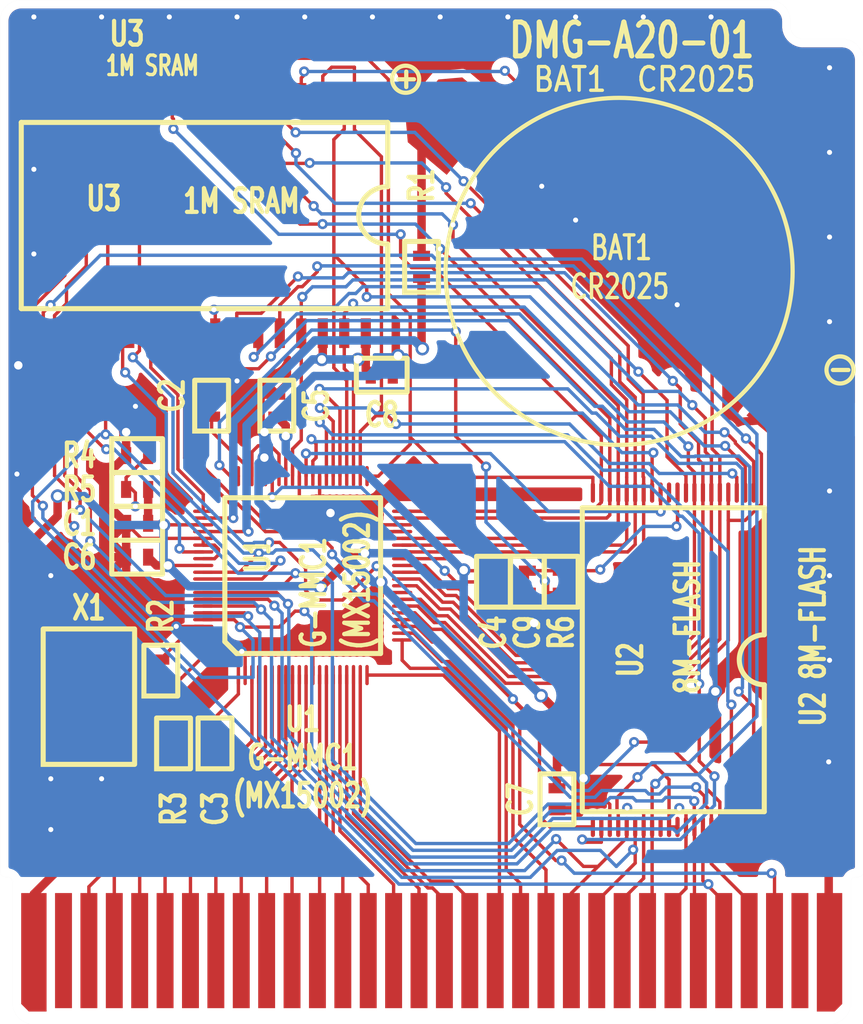
<source format=kicad_pcb>
(kicad_pcb (version 20240108) (generator "pcbnew") (generator_version "8.0")
  (layers (0 "F.Cu" signal) (31 "B.Cu" signal) (34 "B.Paste" user) (35 "F.Paste" user) (36 "B.SilkS" user "B.Silkscreen") (37 "F.SilkS" user "F.Silkscreen") (38 "B.Mask" user) (39 "F.Mask" user) (44 "Edge.Cuts" user))
  (net 0 "")
  (net 1 "/SRAM.VCC")
  (net 2 "/A9.Out")
  (net 3 "/D3")
  (net 4 "/D4")
  (net 5 "/A16.Out")
  (net 6 "/~{OE}.Out")
  (net 7 "/A11.Out")
  (net 8 "/D5")
  (net 9 "/A13.Out")
  (net 10 "/A15.Out")
  (net 11 "/A2.Out")
  (net 12 "/A14.Out")
  (net 13 "/~{WE}.Out")
  (net 14 "/A6.Out")
  (net 15 "/D1")
  (net 16 "/A5.Out")
  (net 17 "/A8.Out")
  (net 18 "/D6")
  (net 19 "/A4.Out")
  (net 20 "/A7.Out")
  (net 21 "/A0.Out")
  (net 23 "/D2")
  (net 24 "/D0")
  (net 25 "/SRAM.~{CE1}")
  (net 26 "/A1.Out")
  (net 27 "/A10.Out")
  (net 28 "/A12.Out")
  (net 29 "/D7")
  (net 30 "/GND")
  (net 31 "/A3.Out")
  (net 32 "/VCC")
  (net 33 "Net-(C2-Pad1)")
  (net 34 "/~{Flash.Reset}")
  (net 35 "Net-(BT1-+)")
  (net 36 "/Batt.VCC")
  (net 37 "Net-(U1-Clk.In)")
  (net 38 "Net-(U1-Clk.Out)")
  (net 39 "Net-(R4-Pad2)")
  (net 40 "/P10.R6")
  (net 41 "/~{Flash.WP}")
  (net 42 "/~{Reset.Sys}")
  (net 43 "/A17.Out")
  (net 44 "/A5.Sys")
  (net 45 "/A14.Sys")
  (net 46 "/A15.Sys")
  (net 47 "/A18.Out")
  (net 48 "/~{Write.Sys}")
  (net 49 "Net-(U1-Pad54)")
  (net 50 "/A3.Sys")
  (net 51 "/A2.Sys")
  (net 52 "/~{Flash.CE}")
  (net 53 "/A4.Sys")
  (net 54 "/A12.Sys")
  (net 55 "/A6.Sys")
  (net 56 "/A0.Sys")
  (net 57 "/A13.Sys")
  (net 58 "/~{Read.Sys}")
  (net 59 "/~{CS.Sys}")
  (net 60 "/A8.Sys")
  (net 61 "/A1.Sys")
  (net 62 "/A7.Sys")
  (net 63 "/A11.Sys")
  (net 64 "/A19.Out")
  (net 65 "/A9.Sys")
  (net 66 "/A10.Sys")
  (footprint "Gameboy:SMD Passive" (layer "F.Cu") (at 108.1 92.91)
    (property "Reference" "C6")
    (property "Value" "10 nF")
  )
  (footprint "Gameboy:SMD Passive" (layer "F.Cu") (at 108.1 88.91)
    (property "Reference" "R5")
    (property "Value" "10 kOhm")
  )
  (footprint "Gameboy:SRAM" (layer "F.Cu") (at 112.08 72.73 180)
    (property "Reference" "U3")
    (property "Value" "~")
  )
  (footprint "Gameboy:SMD Passive" (layer "F.Cu") (at 122.55 82.16)
    (property "Reference" "C8")
    (property "Value" "10 nF")
  )
  (footprint "Gameboy:FLASH" (layer "F.Cu") (at 139.77 98.97 180)
    (property "Reference" "U2")
    (property "Value" "~")
  )
  (footprint "Gameboy:SMD Passive" (layer "F.Cu") (at 116.35 83.96 90)
    (property "Reference" "C5")
    (property "Value" "10 nF")
  )
  (footprint "Gameboy:SMD Passive" (layer "F.Cu") (at 124.9 75.76 90)
    (property "Reference" "R1")
    (property "Value" "1 kOhm")
  )
  (footprint "MountingHole:MountingHole_8.4mm_M8" (layer "F.Cu") (at 125.5 104.85)
    (property "Reference" "Hole" (hide yes))
    (property "Value" "MountingHole_8.4mm_M8")
  )
  (footprint "Gameboy:Edge Connector" (layer "F.Cu") (at 125.5 116.15)
    (property "Reference" "J1" (hide yes))
    (property "Value" "Cart_Edge_Connector")
  )
  (footprint "Gameboy:Crystal" (layer "F.Cu") (at 105.25 101.15 90)
    (property "Reference" "X1")
    (property "Value" "Unpopulated")
  )
  (footprint "Gameboy:SMD Passive" (layer "F.Cu") (at 133.15 94.36 90)
    (property "Reference" "R6")
    (property "Value" "0")
  )
  (footprint "Gameboy:SMD Passive" (layer "F.Cu") (at 110.25 103.91 90)
    (property "Reference" "R3")
    (property "Value" "10kOhm")
  )
  (footprint "Gameboy:SMD Passive" (layer "F.Cu") (at 108.1 90.91)
    (property "Reference" "C1")
    (property "Value" "150 nF")
  )
  (footprint "Gameboy:SMD Passive" (layer "F.Cu") (at 132.9 107.21 90)
    (property "Reference" "C7")
    (property "Value" "10 nF")
  )
  (footprint "Gameboy:SMD Passive" (layer "F.Cu") (at 112.5 83.96 90)
    (property "Reference" "C2")
    (property "Value" "120 nF")
  )
  (footprint "Gameboy:SMD Passive" (layer "F.Cu") (at 129.15 94.36 90)
    (property "Reference" "C4")
    (property "Value" "10 nF")
  )
  (footprint "Gameboy:SMD Passive" (layer "F.Cu") (at 112.7 103.91 90)
    (property "Reference" "C3")
    (property "Value" "10 nF")
  )
  (footprint "Gameboy:SMD Passive" (layer "F.Cu") (at 131.15 94.36 90)
    (property "Reference" "C9")
    (property "Value" "DNP")
  )
  (footprint "Gameboy:SMD Passive" (layer "F.Cu") (at 109.5 99.61 90)
    (property "Reference" "R2")
    (property "Value" "DNP")
  )
  (footprint "Gameboy:G-MMC1" (layer "F.Cu") (at 117.88 94 90)
    (property "Reference" "U1")
    (property "Value" "~")
  )
  (footprint "Gameboy:SMD Passive" (layer "F.Cu") (at 108.1 86.91)
    (property "Reference" "R4")
    (property "Value" "DNP")
  )
  (footprint "Gameboy:CR2025 Battery" (layer "F.Cu") (at 136.57 76.03)
    (property "Reference" "BT1" (hide yes))
    (property "Value" "CR2025")
  )
  (gr_line (start 151 63.55) (end 151 111.5) (stroke (width 0.002)) (layer "Edge.Cuts"))
  (gr_arc (start 150.25 112.1) (mid 150.337868 111.887868) (end 150.55 111.8) (stroke (width 0.002)) (layer "Edge.Cuts"))
  (gr_line (start 100 61.25) (end 100 111.5) (stroke (width 0.002)) (layer "Edge.Cuts"))
  (gr_arc (start 145.45 60) (mid 146.333883 60.366117) (end 146.7 61.25) (stroke (width 0.002)) (layer "Edge.Cuts"))
  (gr_arc (start 100.3 111.8) (mid 100.087868 111.712132) (end 100 111.5) (stroke (width 0.002)) (layer "Edge.Cuts"))
  (gr_line (start 146.7 61.25) (end 146.7 61.55) (stroke (width 0.002)) (layer "Edge.Cuts"))
  (gr_line (start 150.55 111.8) (end 150.7 111.8) (stroke (width 0.002)) (layer "Edge.Cuts"))
  (gr_line (start 102 120.5) (end 149 120.5) (stroke (width 0.002)) (layer "Edge.Cuts"))
  (gr_line (start 100.3 111.8) (end 100.45 111.8) (stroke (width 0.002)) (layer "Edge.Cuts"))
  (gr_line (start 150.25 112.1) (end 150.25 119.25) (stroke (width 0.002)) (layer "Edge.Cuts"))
  (gr_line (start 101.25 60) (end 145.45 60) (stroke (width 0.002)) (layer "Edge.Cuts"))
  (gr_arc (start 102 120.5) (mid 101.116117 120.133883) (end 100.75 119.25) (stroke (width 0.002)) (layer "Edge.Cuts"))
  (gr_arc (start 150.25 119.25) (mid 149.883883 120.133883) (end 149 120.5) (stroke (width 0.002)) (layer "Edge.Cuts"))
  (gr_arc (start 149.75 62.3) (mid 150.633883 62.666117) (end 151 63.55) (stroke (width 0.002)) (layer "Edge.Cuts"))
  (gr_arc (start 100 61.25) (mid 100.366117 60.366117) (end 101.25 60) (stroke (width 0.002)) (layer "Edge.Cuts"))
  (gr_arc (start 151 111.5) (mid 150.912132 111.712132) (end 150.7 111.8) (stroke (width 0.002)) (layer "Edge.Cuts"))
  (gr_line (start 100.75 112.1) (end 100.75 119.25) (stroke (width 0.002)) (layer "Edge.Cuts"))
  (gr_line (start 147.45 62.3) (end 149.75 62.3) (stroke (width 0.002)) (layer "Edge.Cuts"))
  (gr_arc (start 147.45 62.3) (mid 146.91967 62.08033) (end 146.7 61.55) (stroke (width 0.002)) (layer "Edge.Cuts"))
  (gr_arc (start 100.45 111.8) (mid 100.662132 111.887868) (end 100.75 112.1) (stroke (width 0.002)) (layer "Edge.Cuts"))
  (gr_text "1M SRAM" (at 114.26 71.88 0) (layer "F.SilkS") (effects (font (size 1.4 1) (thickness 0.25) (bold yes))))
  (gr_text "G-MMC1" (at 117.88 104.75 0) (layer "F.SilkS") (effects (font (size 1.4 1) (thickness 0.25) (bold yes))))
  (gr_text "(MX15002)" (at 117.88 107 0) (layer "F.SilkS") (effects (font (size 1.4 1) (thickness 0.25) (bold yes))))
  (gr_text "U3" (at 107.5 62 0) (layer "F.SilkS") (effects (font (size 1.4 1) (thickness 0.25) (bold yes))))
  (gr_text "1M SRAM" (at 109 63.88 0) (layer "F.SilkS") (effects (font (size 1.15 0.8) (thickness 0.2) (bold yes))))
  (gr_text "DMG-A20-01" (at 129.92 63.56 0) (layer "F.SilkS") (effects (font (size 2 1.4) (thickness 0.3) (bold yes)) (justify left bottom)))
  (gr_text "8M-FLASH" (at 140.61 97.03 90) (layer "F.SilkS") (effects (font (size 1.4 1) (thickness 0.25) (bold yes))))
  (gr_text "G-MMC1" (at 118.52 95 90) (layer "F.SilkS") (effects (font (size 1.4 1) (thickness 0.25) (bold yes))))
  (gr_text "(MX15002)" (at 121.1 94.26 90) (layer "F.SilkS") (effects (font (size 1.4 1) (thickness 0.25) (bold yes))))
  (gr_text "U2 8M-FLASH" (at 148.03 97.57 90) (layer "F.SilkS") (effects (font (size 1.4 1) (thickness 0.25) (bold yes))))
  (gr_text "BAT1  CR2025" (at 131.39 65.51 0) (layer "F.SilkS") (effects (font (size 1.4 1.2) (thickness 0.2) (bold yes)) (justify left bottom)))
  (gr_text "U1" (at 117.88 102.49 0) (layer "F.SilkS") (effects (font (size 1.4 1) (thickness 0.25) (bold yes))))
  (segment (start 121.605 81.0546) (end 121.605 81.865) (width 0.5) (layer "F.Cu") (net 1))
  (segment (start 121.605 81.865) (end 121.9 82.16) (width 0.5) (layer "F.Cu") (net 1))
  (segment (start 119.065 81.1714) (end 119.007 81.2294) (width 0.5) (layer "F.Cu") (net 1))
  (segment (start 121.4302 81.2294) (end 121.605 81.0546) (width 0.5) (layer "F.Cu") (net 1))
  (segment (start 112.005 91.4) (end 114.66 91.4) (width 0.2) (layer "F.Cu") (net 1))
  (segment (start 114.66 91.4) (end 114.68 91.4) (width 0.2) (layer "F.Cu") (net 1))
  (segment (start 119.065 79.68) (end 119.065 81.1714) (width 0.5) (layer "F.Cu") (net 1))
  (segment (start 121.605 79.68) (end 121.605 81.0546) (width 0.5) (layer "F.Cu") (net 1))
  (segment (start 121.142 81.2294) (end 121.4302 81.2294) (width 0.5) (layer "F.Cu") (net 1))
  (via (at 119.007 81.2294) (size 0.8) (drill 0.5) (layers "F.Cu" "B.Cu") (net 1))
  (via (at 114.68 91.4) (size 0.6) (drill 0.3) (layers "F.Cu" "B.Cu") (net 1))
  (via (at 121.142 81.2294) (size 0.8) (drill 0.5) (layers "F.Cu" "B.Cu") (net 1))
  (segment (start 114.5655 91.3055) (end 114.5655 85.1292) (width 0.5) (layer "B.Cu") (net 1))
  (segment (start 114.5655 85.1292) (end 118.4653 81.2294) (width 0.5) (layer "B.Cu") (net 1))
  (segment (start 118.4653 81.2294) (end 119.007 81.2294) (width 0.5) (layer "B.Cu") (net 1))
  (segment (start 114.66 91.4) (end 114.5655 91.3055) (width 0.5) (layer "B.Cu") (net 1))
  (segment (start 121.142 81.2294) (end 119.007 81.2294) (width 0.5) (layer "B.Cu") (net 1))
  (segment (start 140.182 85.0395) (end 140.182 82.9358) (width 0.2) (layer "F.Cu") (net 2))
  (segment (start 113.985 79.68) (end 113.985 78.5033) (width 0.2) (layer "F.Cu") (net 2))
  (segment (start 141.52 89.095) (end 141.52 87.4123) (width 0.2) (layer "F.Cu") (net 2))
  (segment (start 124.772799 94.2) (end 123.755 94.2) (width 0.2) (layer "F.Cu") (net 2))
  (segment (start 141.52 87.4123) (end 141.261 87.1533) (width 0.2) (layer "F.Cu") (net 2))
  (segment (start 117.6017 76.3316) (end 115.43 78.5033) (width 0.2) (layer "F.Cu") (net 2))
  (segment (start 115.43 78.5033) (end 113.985 78.5033) (width 0.2) (layer "F.Cu") (net 2))
  (segment (start 130.348628 99.15) (end 126.771128 95.5725) (width 0.2) (layer "F.Cu") (net 2))
  (segment (start 139.96 99.15) (end 130.348628 99.15) (width 0.2) (layer "F.Cu") (net 2))
  (segment (start 141.261 87.1533) (end 141.261 86.1185) (width 0.2) (layer "F.Cu") (net 2))
  (segment (start 140.182 82.9358) (end 139.7433 82.4971) (width 0.2) (layer "F.Cu") (net 2))
  (segment (start 141.52 89.095) (end 141.52 97.59) (width 0.2) (layer "F.Cu") (net 2))
  (segment (start 126.771128 95.5725) (end 126.145299 95.5725) (width 0.2) (layer "F.Cu") (net 2))
  (segment (start 141.52 97.59) (end 139.96 99.15) (width 0.2) (layer "F.Cu") (net 2))
  (segment (start 126.145299 95.5725) (end 124.772799 94.2) (width 0.2) (layer "F.Cu") (net 2))
  (segment (start 141.261 86.1185) (end 140.182 85.0395) (width 0.2) (layer "F.Cu") (net 2))
  (via (at 117.6017 76.3316) (size 0.6) (drill 0.3) (layers "F.Cu" "B.Cu") (net 2))
  (via (at 139.7433 82.4971) (size 0.6) (drill 0.3) (layers "F.Cu" "B.Cu") (net 2))
  (segment (start 117.6814 76.4113) (end 117.6017 76.3316) (width 0.2) (layer "B.Cu") (net 2))
  (segment (start 120.5747 76.1065) (end 120.2699 76.4113) (width 0.2) (layer "B.Cu") (net 2))
  (segment (start 133.3527 76.1065) (end 120.5747 76.1065) (width 0.2) (layer "B.Cu") (net 2))
  (segment (start 139.7433 82.4971) (end 133.3527 76.1065) (width 0.2) (layer "B.Cu") (net 2))
  (segment (start 120.2699 76.4113) (end 117.6814 76.4113) (width 0.2) (layer "B.Cu") (net 2))
  (segment (start 138.52 108.845) (end 138.52 106.4878) (width 0.2) (layer "F.Cu") (net 3))
  (segment (start 138.25 116.15) (end 138.52 115.88) (width 0.2) (layer "F.Cu") (net 3))
  (segment (start 138.52 106.4878) (end 138.7087 106.2991) (width 0.2) (layer "F.Cu") (net 3))
  (segment (start 138.52 115.88) (end 138.52 108.845) (width 0.2) (layer "F.Cu") (net 3))
  (segment (start 102.555 78.4481) (end 102.9843 78.0188) (width 0.2) (layer "F.Cu") (net 3))
  (segment (start 116.209997 95.778) (end 115.831997 95.4) (width 0.2) (layer "F.Cu") (net 3))
  (segment (start 115.831997 95.4) (end 112.005 95.4) (width 0.2) (layer "F.Cu") (net 3))
  (segment (start 102.555 79.68) (end 102.555 78.4481) (width 0.2) (layer "F.Cu") (net 3))
  (via (at 116.209997 95.778) (size 0.6) (drill 0.3) (layers "F.Cu" "B.Cu") (net 3))
  (via (at 138.7087 106.2991) (size 0.6) (drill 0.3) (layers "F.Cu" "B.Cu") (net 3))
  (via (at 102.9843 78.0188) (size 0.6) (drill 0.3) (layers "F.Cu" "B.Cu") (net 3))
  (segment (start 105.9261 75.077) (end 102.9843 78.0188) (width 0.2) (layer "B.Cu") (net 3))
  (segment (start 141.7387 107.4392) (end 141.7387 106.2438) (width 0.2) (layer "B.Cu") (net 3))
  (segment (start 144.7086 85.6509) (end 134.3608 75.3031) (width 0.2) (layer "B.Cu") (net 3))
  (segment (start 134.3608 75.3031) (end 125.7331 75.3031) (width 0.2) (layer "B.Cu") (net 3))
  (segment (start 139.2496 105.7582) (end 141.2531 105.7582) (width 0.2) (layer "B.Cu") (net 3))
  (segment (start 116.66 96.228003) (end 116.66 103.620342) (width 0.2) (layer "B.Cu") (net 3))
  (segment (start 116.209997 95.778) (end 116.66 96.228003) (width 0.2) (layer "B.Cu") (net 3))
  (segment (start 125.507 75.077) (end 105.9261 75.077) (width 0.2) (layer "B.Cu") (net 3))
  (segment (start 141.2531 105.7582) (end 144.7086 102.3027) (width 0.2) (layer "B.Cu") (net 3))
  (segment (start 132.601371 108.9631) (end 139.7692 108.9631) (width 0.2) (layer "B.Cu") (net 3))
  (segment (start 138.7087 106.2991) (end 139.2496 105.7582) (width 0.2) (layer "B.Cu") (net 3))
  (segment (start 139.992 109.1859) (end 141.7387 107.4392) (width 0.2) (layer "B.Cu") (net 3))
  (segment (start 139.7692 108.9631) (end 139.992 109.1859) (width 0.2) (layer "B.Cu") (net 3))
  (segment (start 124.064558 111.0249) (end 130.539571 111.0249) (width 0.2) (layer "B.Cu") (net 3))
  (segment (start 141.7387 106.2438) (end 141.2531 105.7582) (width 0.2) (layer "B.Cu") (net 3))
  (segment (start 125.7331 75.3031) (end 125.507 75.077) (width 0.2) (layer "B.Cu") (net 3))
  (segment (start 116.66 103.620342) (end 124.064558 111.0249) (width 0.2) (layer "B.Cu") (net 3))
  (segment (start 130.539571 111.0249) (end 132.601371 108.9631) (width 0.2) (layer "B.Cu") (net 3))
  (segment (start 144.7086 102.3027) (end 144.7086 85.6509) (width 0.2) (layer "B.Cu") (net 3))
  (segment (start 103.825 88.0965) (end 103.825 79.68) (width 0.2) (layer "F.Cu") (net 4))
  (segment (start 139.75 116.15) (end 139.75 113.25) (width 0.2) (layer "F.Cu") (net 4))
  (segment (start 104.7289 89.0004) (end 103.825 88.0965) (width 0.2) (layer "F.Cu") (net 4))
  (segment (start 117.01 95.67) (end 116.34 95) (width 0.2) (layer "F.Cu") (net 4))
  (segment (start 116.34 95) (end 112.005 95) (width 0.2) (layer "F.Cu") (net 4))
  (segment (start 104.7289 90.113) (end 104.7289 89.0004) (width 0.2) (layer "F.Cu") (net 4))
  (segment (start 140.52 107.9433) (end 140.3333 107.9433) (width 0.2) (layer "F.Cu") (net 4))
  (segment (start 140.3333 107.9433) (end 140.1253 107.7353) (width 0.2) (layer "F.Cu") (net 4))
  (segment (start 140.52 112.48) (end 140.52 108.845) (width 0.2) (layer "F.Cu") (net 4))
  (segment (start 140.52 108.845) (end 140.52 107.9433) (width 0.2) (layer "F.Cu") (net 4))
  (segment (start 139.75 113.25) (end 140.52 112.48) (width 0.2) (layer "F.Cu") (net 4))
  (via (at 140.1253 107.7353) (size 0.6) (drill 0.3) (layers "F.Cu" "B.Cu") (net 4))
  (via (at 117.01 95.67) (size 0.6) (drill 0.3) (layers "F.Cu" "B.Cu") (net 4))
  (via (at 104.7289 90.113) (size 0.6) (drill 0.3) (layers "F.Cu" "B.Cu") (net 4))
  (segment (start 117.01 95.67) (end 116.518 95.178) (width 0.2) (layer "B.Cu") (net 4))
  (segment (start 139.5145 108.3461) (end 132.652685 108.3461) (width 0.2) (layer "B.Cu") (net 4))
  (segment (start 132.652685 108.3461) (end 130.373885 110.6249) (width 0.2) (layer "B.Cu") (net 4))
  (segment (start 130.373885 110.6249) (end 124.230244 110.6249) (width 0.2) (layer "B.Cu") (net 4))
  (segment (start 117.06 95.72) (end 117.01 95.67) (width 0.2) (layer "B.Cu") (net 4))
  (segment (start 140.1253 107.7353) (end 139.5145 108.3461) (width 0.2) (layer "B.Cu") (net 4))
  (segment (start 116.518 95.178) (end 109.7939 95.178) (width 0.2) (layer "B.Cu") (net 4))
  (segment (start 124.230244 110.6249) (end 117.06 103.454656) (width 0.2) (layer "B.Cu") (net 4))
  (segment (start 117.06 103.454656) (end 117.06 95.72) (width 0.2) (layer "B.Cu") (net 4))
  (segment (start 109.7939 95.178) (end 104.7289 90.113) (width 0.2) (layer "B.Cu") (net 4))
  (segment (start 142.879 85.5339) (end 142.7945 85.5339) (width 0.2) (layer "F.Cu") (net 5))
  (segment (start 119.72 68.24) (end 120.335 67.625) (width 0.2) (layer "F.Cu") (net 5))
  (segment (start 143.4337 86.1731) (end 143.4337 86.0886) (width 0.2) (layer "F.Cu") (net 5))
  (segment (start 144.52 89.095) (end 144.52 87.2594) (width 0.2) (layer "F.Cu") (net 5))
  (segment (start 144.52 87.2594) (end 143.4337 86.1731) (width 0.2) (layer "F.Cu") (net 5))
  (segment (start 120.48 82.4857) (end 119.72 81.7257) (width 0.2) (layer "F.Cu") (net 5))
  (segment (start 143.4337 86.0886) (end 142.879 85.5339) (width 0.2) (layer "F.Cu") (net 5))
  (segment (start 120.48 88.125) (end 120.48 82.4857) (width 0.2) (layer "F.Cu") (net 5))
  (segment (start 119.72 75.043) (end 119.72 68.24) (width 0.2) (layer "F.Cu") (net 5))
  (segment (start 121.662 76.985) (end 121.662 77.5351) (width 0.2) (layer "F.Cu") (net 5))
  (segment (start 119.72 75.043) (end 121.662 76.985) (width 0.2) (layer "F.Cu") (net 5))
  (segment (start 119.72 81.7257) (end 119.72 75.043) (width 0.2) (layer "F.Cu") (net 5))
  (segment (start 120.335 67.625) (end 120.335 65.78) (width 0.2) (layer "F.Cu") (net 5))
  (via (at 121.662 77.5351) (size 0.6) (drill 0.3) (layers "F.Cu" "B.Cu") (net 5))
  (via (at 142.7945 85.5339) (size 0.6) (drill 0.3) (layers "F.Cu" "B.Cu") (net 5))
  (segment (start 142.7945 85.5339) (end 141.6459 85.5339) (width 0.2) (layer "B.Cu") (net 5))
  (segment (start 137.691 83.9194) (end 131.3067 77.5351) (width 0.2) (layer "B.Cu") (net 5))
  (segment (start 141.6459 85.5339) (end 140.0314 83.9194) (width 0.2) (layer "B.Cu") (net 5))
  (segment (start 140.0314 83.9194) (end 137.691 83.9194) (width 0.2) (layer "B.Cu") (net 5))
  (segment (start 131.3067 77.5351) (end 121.662 77.5351) (width 0.2) (layer "B.Cu") (net 5))
  (segment (start 117.68 89.72) (end 116.87 90.53) (width 0.2) (layer "F.Cu") (net 6))
  (segment (start 137.6573 105.9028) (end 136.4452 107.1149) (width 0.2) (layer "F.Cu") (net 6))
  (segment (start 136.52 108.047) (end 136.52 108.845) (width 0.2) (layer "F.Cu") (net 6))
  (segment (start 117.68 88.125) (end 117.68 89.72) (width 0.2) (layer "F.Cu") (net 6))
  (segment (start 114.216 89.37) (end 113.79 89.37) (width 0.2) (layer "F.Cu") (net 6))
  (segment (start 136.4452 107.1149) (end 136.4452 107.9722) (width 0.2) (layer "F.Cu") (net 6))
  (segment (start 113.79 89.37) (end 111.445 87.025) (width 0.2) (layer "F.Cu") (net 6))
  (segment (start 115.2708 81.7825) (end 116.002 81.0513) (width 0.2) (layer "F.Cu") (net 6))
  (segment (start 136.4452 107.9722) (end 136.52 108.047) (width 0.2) (layer "F.Cu") (net 6))
  (segment (start 116.87 90.53) (end 115.376 90.53) (width 0.2) (layer "F.Cu") (net 6))
  (segment (start 111.445 81.7825) (end 115.2708 81.7825) (width 0.2) (layer "F.Cu") (net 6))
  (segment (start 111.445 81.7825) (end 111.445 79.68) (width 0.2) (layer "F.Cu") (net 6))
  (segment (start 115.376 90.53) (end 114.216 89.37) (width 0.2) (layer "F.Cu") (net 6))
  (segment (start 111.445 87.025) (end 111.445 81.7825) (width 0.2) (layer "F.Cu") (net 6))
  (via (at 137.6573 105.9028) (size 0.6) (drill 0.3) (layers "F.Cu" "B.Cu") (net 6))
  (via (at 116.002 81.0513) (size 0.6) (drill 0.3) (layers "F.Cu" "B.Cu") (net 6))
  (segment (start 135.1377 83.9984) (end 130.0796 78.9403) (width 0.2) (layer "B.Cu") (net 6))
  (segment (start 141.0646 86.9421) (end 141.0372 86.9695) (width 0.2) (layer "B.Cu") (net 6))
  (segment (start 140.2449 86.9695) (end 138.6405 85.3651) (width 0.2) (layer "B.Cu") (net 6))
  (segment (start 138.5082 105.0519) (end 140.7075 105.0519) (width 0.2) (layer "B.Cu") (net 6))
  (segment (start 118.113 78.9403) (end 116.002 81.0513) (width 0.2) (layer "B.Cu") (net 6))
  (segment (start 130.0796 78.9403) (end 118.113 78.9403) (width 0.2) (layer "B.Cu") (net 6))
  (segment (start 138.6405 85.3651) (end 136.9473 85.3651) (width 0.2) (layer "B.Cu") (net 6))
  (segment (start 141.0372 86.9695) (end 140.2449 86.9695) (width 0.2) (layer "B.Cu") (net 6))
  (segment (start 137.6573 105.9028) (end 138.5082 105.0519) (width 0.2) (layer "B.Cu") (net 6))
  (segment (start 135.5807 83.9985) (end 135.1377 83.9985) (width 0.2) (layer "B.Cu") (net 6))
  (segment (start 144.2893 87.5805) (end 143.6509 86.9421) (width 0.2) (layer "B.Cu") (net 6))
  (segment (start 140.7075 105.0519) (end 144.2893 101.4701) (width 0.2) (layer "B.Cu") (net 6))
  (segment (start 143.6509 86.9421) (end 141.0646 86.9421) (width 0.2) (layer "B.Cu") (net 6))
  (segment (start 144.2893 101.4701) (end 144.2893 87.5805) (width 0.2) (layer "B.Cu") (net 6))
  (segment (start 136.9473 85.3651) (end 135.5807 83.9985) (width 0.2) (layer "B.Cu") (net 6))
  (segment (start 135.1377 83.9985) (end 135.1377 83.9984) (width 0.2) (layer "B.Cu") (net 6))
  (segment (start 142.02 87.044) (end 141.6627 86.6867) (width 0.2) (layer "F.Cu") (net 7))
  (segment (start 130.192942 99.56) (end 140.14 99.56) (width 0.2) (layer "F.Cu") (net 7))
  (segment (start 140.14 99.56) (end 142.02 97.68) (width 0.2) (layer "F.Cu") (net 7))
  (segment (start 142.02 97.68) (end 142.02 89.095) (width 0.2) (layer "F.Cu") (net 7))
  (segment (start 125.979613 95.9725) (end 126.605442 95.9725) (width 0.2) (layer "F.Cu") (net 7))
  (segment (start 124.607113 94.6) (end 125.979613 95.9725) (width 0.2) (layer "F.Cu") (net 7))
  (segment (start 141.6627 86.6867) (end 141.6627 84.6962) (width 0.2) (layer "F.Cu") (net 7))
  (segment (start 142.02 89.095) (end 142.02 87.044) (width 0.2) (layer "F.Cu") (net 7))
  (segment (start 141.6627 84.6962) (end 140.8951 83.9286) (width 0.2) (layer "F.Cu") (net 7))
  (segment (start 126.605442 95.9725) (end 130.192942 99.56) (width 0.2) (layer "F.Cu") (net 7))
  (segment (start 112.715 79.68) (end 112.715 78.5033) (width 0.2) (layer "F.Cu") (net 7))
  (segment (start 112.715 78.5033) (end 112.6367 78.425) (width 0.2) (layer "F.Cu") (net 7))
  (segment (start 112.6367 78.425) (end 112.6367 78.2965) (width 0.2) (layer "F.Cu") (net 7))
  (segment (start 123.755 94.6) (end 124.607113 94.6) (width 0.2) (layer "F.Cu") (net 7))
  (via (at 112.6367 78.2965) (size 0.6) (drill 0.3) (layers "F.Cu" "B.Cu") (net 7))
  (via (at 140.8951 83.9286) (size 0.6) (drill 0.3) (layers "F.Cu" "B.Cu") (net 7))
  (segment (start 119.8094 78.1369) (end 112.7963 78.1369) (width 0.2) (layer "B.Cu") (net 7))
  (segment (start 121.0113 77.3351) (end 120.6111 77.3351) (width 0.2) (layer "B.Cu") (net 7))
  (segment (start 121.0113 77.335) (end 121.0113 77.3351) (width 0.2) (layer "B.Cu") (net 7))
  (segment (start 121.4129 76.9334) (end 121.0113 77.335) (width 0.2) (layer "B.Cu") (net 7))
  (segment (start 138.0251 83.1175) (end 131.841 76.9334) (width 0.2) (layer "B.Cu") (net 7))
  (segment (start 112.7963 78.1369) (end 112.6367 78.2965) (width 0.2) (layer "B.Cu") (net 7))
  (segment (start 140.8951 83.9286) (end 140.084 83.1175) (width 0.2) (layer "B.Cu") (net 7))
  (segment (start 119.8094 78.1368) (end 119.8094 78.1369) (width 0.2) (layer "B.Cu") (net 7))
  (segment (start 131.841 76.9334) (end 121.4129 76.9334) (width 0.2) (layer "B.Cu") (net 7))
  (segment (start 140.084 83.1175) (end 138.0251 83.1175) (width 0.2) (layer "B.Cu") (net 7))
  (segment (start 120.6111 77.3351) (end 119.8094 78.1368) (width 0.2) (layer "B.Cu") (net 7))
  (segment (start 116.71 94.6) (end 112.005 94.6) (width 0.2) (layer "F.Cu") (net 8))
  (segment (start 141.02 115.92) (end 141.02 108.845) (width 0.2) (layer "F.Cu") (net 8))
  (segment (start 106.2047 86.5354) (end 105.095 85.4257) (width 0.2) (layer "F.Cu") (net 8))
  (segment (start 141.25 116.15) (end 141.02 115.92) (width 0.2) (layer "F.Cu") (net 8))
  (segment (start 141.0086 107.9319) (end 141.0086 107.3181) (width 0.2) (layer "F.Cu") (net 8))
  (segment (start 141.02 108.845) (end 141.02 107.9433) (width 0.2) (layer "F.Cu") (net 8))
  (segment (start 105.095 85.4257) (end 105.095 79.68) (width 0.2) (layer "F.Cu") (net 8))
  (segment (start 141.02 107.9433) (end 141.0086 107.9319) (width 0.2) (layer "F.Cu") (net 8))
  (segment (start 117.45 93.86) (end 116.71 94.6) (width 0.2) (layer "F.Cu") (net 8))
  (segment (start 106.2801 86.5354) (end 106.2047 86.5354) (width 0.2) (layer "F.Cu") (net 8))
  (via (at 141.0086 107.3181) (size 0.6) (drill 0.3) (layers "F.Cu" "B.Cu") (net 8))
  (via (at 106.2801 86.5354) (size 0.6) (drill 0.3) (layers "F.Cu" "B.Cu") (net 8))
  (via (at 117.45 93.86) (size 0.6) (drill 0.3) (layers "F.Cu" "B.Cu") (net 8))
  (segment (start 137.3774 107.1096) (end 136.0486 107.1096) (width 0.2) (layer "B.Cu") (net 8))
  (segment (start 114.0683 93.86) (end 117.45 93.86) (width 0.2) (layer "B.Cu") (net 8))
  (segment (start 132.370213 107.4972) (end 130.042513 109.8249) (width 0.2) (layer "B.Cu") (net 8))
  (segment (start 135.661 107.4972) (end 132.370213 107.4972) (width 0.2) (layer "B.Cu") (net 8))
  (segment (start 136.0486 107.1096) (end 135.661 107.4972) (width 0.2) (layer "B.Cu") (net 8))
  (segment (start 119.0737 93.86) (end 117.45 93.86) (width 0.2) (layer "B.Cu") (net 8))
  (segment (start 141.0086 107.3181) (end 140.7909 107.1004) (width 0.2) (layer "B.Cu") (net 8))
  (segment (start 137.5752 107.3074) (end 137.3774 107.1096) (width 0.2) (layer "B.Cu") (net 8))
  (segment (start 139.1193 107.3074) (end 137.5752 107.3074) (width 0.2) (layer "B.Cu") (net 8))
  (segment (start 140.7909 107.1004) (end 139.3263 107.1004) (width 0.2) (layer "B.Cu") (net 8))
  (segment (start 106.7437 86.5354) (end 114.0683 93.86) (width 0.2) (layer "B.Cu") (net 8))
  (segment (start 130.042513 109.8249) (end 124.561616 109.8249) (width 0.2) (layer "B.Cu") (net 8))
  (segment (start 139.3263 107.1004) (end 139.1193 107.3074) (width 0.2) (layer "B.Cu") (net 8))
  (segment (start 106.2801 86.5354) (end 106.7437 86.5354) (width 0.2) (layer "B.Cu") (net 8))
  (segment (start 119.6326 94.4189) (end 119.0737 93.86) (width 0.2) (layer "B.Cu") (net 8))
  (segment (start 124.561616 109.8249) (end 119.6326 104.895884) (width 0.2) (layer "B.Cu") (net 8))
  (segment (start 119.6326 104.895884) (end 119.6326 94.4189) (width 0.2) (layer "B.Cu") (net 8))
  (segment (start 143.02 97.82) (end 143.02 90.7359) (width 0.2) (layer "F.Cu") (net 9))
  (segment (start 123.755 95.8) (end 124.675741 95.8) (width 0.2) (layer "F.Cu") (net 9))
  (segment (start 144.9749 89.7791) (end 144.0181 90.7359) (width 0.2) (layer "F.Cu") (net 9))
  (segment (start 144.9749 86.8125) (end 144.9749 89.7791) (width 0.2) (layer "F.Cu") (net 9))
  (segment (start 126.27407 96.7725) (end 129.86157 100.36) (width 0.2) (layer "F.Cu") (net 9))
  (segment (start 143.02 90.7359) (end 143.02 89.095) (width 0.2) (layer "F.Cu") (net 9))
  (segment (start 124.675741 95.8) (end 125.648241 96.7725) (width 0.2) (layer "F.Cu") (net 9))
  (segment (start 118.7386 76.051) (end 117.8562 76.9334) (width 0.2) (layer "F.Cu") (net 9))
  (segment (start 129.86157 100.36) (end 140.48 100.36) (width 0.2) (layer "F.Cu") (net 9))
  (segment (start 144.0619 85.8995) (end 144.9749 86.8125) (width 0.2) (layer "F.Cu") (net 9))
  (segment (start 118.7386 75.7338) (end 118.7386 76.051) (width 0.2) (layer "F.Cu") (net 9))
  (segment (start 117.8562 76.9334) (end 117.6106 76.9334) (width 0.2) (layer "F.Cu") (net 9))
  (segment (start 144.0181 90.7359) (end 143.02 90.7359) (width 0.2) (layer "F.Cu") (net 9))
  (segment (start 125.648241 96.7725) (end 126.27407 96.7725) (width 0.2) (layer "F.Cu") (net 9))
  (segment (start 116.525 78.019) (end 116.525 79.68) (width 0.2) (layer "F.Cu") (net 9))
  (segment (start 117.6106 76.9334) (end 116.525 78.019) (width 0.2) (layer "F.Cu") (net 9))
  (segment (start 140.48 100.36) (end 143.02 97.82) (width 0.2) (layer "F.Cu") (net 9))
  (via (at 144.0619 85.8995) (size 0.6) (drill 0.3) (layers "F.Cu" "B.Cu") (net 9))
  (via (at 118.7386 75.7338) (size 0.6) (drill 0.3) (layers "F.Cu" "B.Cu") (net 9))
  (segment (start 133.8672 75.7048) (end 118.7676 75.7048) (width 0.2) (layer "B.Cu") (net 9))
  (segment (start 144.0619 85.8995) (end 133.8672 75.7048) (width 0.2) (layer "B.Cu") (net 9))
  (segment (start 118.7676 75.7048) (end 118.7386 75.7338) (width 0.2) (layer "B.Cu") (net 9))
  (segment (start 120.335 78.5033) (end 120.8602 77.9781) (width 0.2) (layer "F.Cu") (net 10))
  (segment (start 120.335 81.775) (end 120.335 79.68) (width 0.2) (layer "F.Cu") (net 10))
  (segment (start 144.02 87.5258) (end 142.832 86.3378) (width 0.2) (layer "F.Cu") (net 10))
  (segment (start 120.88 82.32) (end 120.335 81.775) (width 0.2) (layer "F.Cu") (net 10))
  (segment (start 120.88 88.125) (end 120.88 82.32) (width 0.2) (layer "F.Cu") (net 10))
  (segment (start 120.335 79.68) (end 120.335 78.5033) (width 0.2) (layer "F.Cu") (net 10))
  (segment (start 120.8602 77.9781) (end 120.8602 77.9368) (width 0.2) (layer "F.Cu") (net 10))
  (segment (start 144.02 89.095) (end 144.02 87.5258) (width 0.2) (layer "F.Cu") (net 10))
  (via (at 142.832 86.3378) (size 0.6) (drill 0.3) (layers "F.Cu" "B.Cu") (net 10))
  (via (at 120.8602 77.9368) (size 0.6) (drill 0.3) (layers "F.Cu" "B.Cu") (net 10))
  (segment (start 121.0603 78.1369) (end 130.9725 78.1369) (width 0.2) (layer "B.Cu") (net 10))
  (segment (start 139.5855 84.3211) (end 141.6022 86.3378) (width 0.2) (layer "B.Cu") (net 10))
  (segment (start 130.9725 78.1369) (end 137.1567 84.3211) (width 0.2) (layer "B.Cu") (net 10))
  (segment (start 120.8602 77.9368) (end 121.0603 78.1369) (width 0.2) (layer "B.Cu") (net 10))
  (segment (start 141.6022 86.3378) (end 142.832 86.3378) (width 0.2) (layer "B.Cu") (net 10))
  (segment (start 137.1567 84.3211) (end 139.5855 84.3211) (width 0.2) (layer "B.Cu") (net 10))
  (segment (start 110.2415 67.0232) (end 110.2415 67.613) (width 0.2) (layer "F.Cu") (net 11))
  (segment (start 135.52 85.7887) (end 135.52 89.095) (width 0.2) (layer "F.Cu") (net 11))
  (segment (start 124.3146 75.8083) (end 125.5396 75.8083) (width 0.2) (layer "F.Cu") (net 11))
  (segment (start 123.6638 73.838) (end 123.6638 75.1575) (width 0.2) (layer "F.Cu") (net 11))
  (segment (start 123.6638 75.1575) (end 124.3146 75.8083) (width 0.2) (layer "F.Cu") (net 11))
  (segment (start 123.755 90.2) (end 134.991 90.2) (width 0.2) (layer "F.Cu") (net 11))
  (segment (start 134.991 90.2) (end 135.52 89.671) (width 0.2) (layer "F.Cu") (net 11))
  (segment (start 110.175 66.9567) (end 110.2415 67.0232) (width 0.2) (layer "F.Cu") (net 11))
  (segment (start 110.175 65.78) (end 110.175 66.9567) (width 0.2) (layer "F.Cu") (net 11))
  (segment (start 135.52 89.671) (end 135.52 89.095) (width 0.2) (layer "F.Cu") (net 11))
  (segment (start 125.5396 75.8083) (end 135.52 85.7887) (width 0.2) (layer "F.Cu") (net 11))
  (via (at 110.2415 67.613) (size 0.6) (drill 0.3) (layers "F.Cu" "B.Cu") (net 11))
  (via (at 123.6638 73.838) (size 0.6) (drill 0.3) (layers "F.Cu" "B.Cu") (net 11))
  (segment (start 110.2415 67.613) (end 116.4664 73.8379) (width 0.2) (layer "B.Cu") (net 11))
  (segment (start 116.4664 73.8379) (end 123.6638 73.8379) (width 0.2) (layer "B.Cu") (net 11))
  (segment (start 123.6638 73.8379) (end 123.6638 73.838) (width 0.2) (layer "B.Cu") (net 11))
  (segment (start 143.4832 88.1933) (end 143.52 88.1933) (width 0.2) (layer "F.Cu") (net 12))
  (segment (start 121.28 85.48) (end 122.205 84.555) (width 0.2) (layer "F.Cu") (net 12))
  (segment (start 122.53 69.255) (end 120.935 67.66) (width 0.2) (layer "F.Cu") (net 12))
  (segment (start 121.28 88.125) (end 121.28 85.48) (width 0.2) (layer "F.Cu") (net 12))
  (segment (start 119.065 64.495) (end 119.065 65.78) (width 0.2) (layer "F.Cu") (net 12))
  (segment (start 119.59 63.97) (end 119.065 64.495) (width 0.2) (layer "F.Cu") (net 12))
  (segment (start 122.205 84.555) (end 122.53 84.23) (width 0.2) (layer "F.Cu") (net 12))
  (segment (start 122.53 84.23) (end 122.53 69.255) (width 0.2) (layer "F.Cu") (net 12))
  (segment (start 120.935 67.66) (end 120.935 63.97) (width 0.2) (layer "F.Cu") (net 12))
  (segment (start 120.935 63.97) (end 119.59 63.97) (width 0.2) (layer "F.Cu") (net 12))
  (segment (start 122.904 84.555) (end 123.393 85.044) (width 0.2) (layer "F.Cu") (net 12))
  (segment (start 143.2558 87.9659) (end 143.4832 88.1933) (width 0.2) (layer "F.Cu") (net 12))
  (segment (start 122.205 84.555) (end 122.904 84.555) (width 0.2) (layer "F.Cu") (net 12))
  (segment (start 143.52 89.095) (end 143.52 88.1933) (width 0.2) (layer "F.Cu") (net 12))
  (via (at 143.2558 87.9659) (size 0.6) (drill 0.3) (layers "F.Cu" "B.Cu") (net 12))
  (via (at 123.393 85.044) (size 0.6) (drill 0.3) (layers "F.Cu" "B.Cu") (net 12))
  (segment (start 123.393 85.044) (end 133.6453 85.044) (width 0.2) (layer "B.Cu") (net 12))
  (segment (start 133.6453 85.044) (end 135.9749 87.3736) (width 0.2) (layer "B.Cu") (net 12))
  (segment (start 138.3465 87.3736) (end 138.9388 87.9659) (width 0.2) (layer "B.Cu") (net 12))
  (segment (start 135.9749 87.3736) (end 138.3465 87.3736) (width 0.2) (layer "B.Cu") (net 12))
  (segment (start 138.9388 87.9659) (end 143.2558 87.9659) (width 0.2) (layer "B.Cu") (net 12))
  (segment (start 139.4024 86.9792) (end 140.52 88.0968) (width 0.2) (layer "F.Cu") (net 13))
  (segment (start 117.795 77.5998) (end 117.8597 77.5351) (width 0.2) (layer "F.Cu") (net 13))
  (segment (start 140.52 88.0968) (end 140.52 89.095) (width 0.2) (layer "F.Cu") (net 13))
  (segment (start 117.28 86.5185) (end 117.795 86.0035) (width 0.2) (layer "F.Cu") (net 13))
  (segment (start 117.795 86.0035) (end 117.795 79.68) (width 0.2) (layer "F.Cu") (net 13))
  (segment (start 117.795 79.68) (end 117.795 78.5033) (width 0.2) (layer "F.Cu") (net 13))
  (segment (start 139.4024 83.644) (end 139.4024 86.9792) (width 0.2) (layer "F.Cu") (net 13))
  (segment (start 137.7099 81.9515) (end 139.4024 83.644) (width 0.2) (layer "F.Cu") (net 13))
  (segment (start 117.795 78.5033) (end 117.795 77.5998) (width 0.2) (layer "F.Cu") (net 13))
  (segment (start 117.28 88.125) (end 117.28 86.5185) (width 0.2) (layer "F.Cu") (net 13))
  (via (at 117.8597 77.5351) (size 0.6) (drill 0.3) (layers "F.Cu" "B.Cu") (net 13))
  (via (at 137.7099 81.9515) (size 0.6) (drill 0.3) (layers "F.Cu" "B.Cu") (net 13))
  (segment (start 118.4559 76.9389) (end 117.8597 77.5351) (width 0.2) (layer "B.Cu") (net 13))
  (segment (start 132.2901 76.5317) (end 120.8465 76.5317) (width 0.2) (layer "B.Cu") (net 13))
  (segment (start 120.8465 76.5317) (end 120.4393 76.9389) (width 0.2) (layer "B.Cu") (net 13))
  (segment (start 137.7099 81.9515) (end 132.2901 76.5317) (width 0.2) (layer "B.Cu") (net 13))
  (segment (start 120.4393 76.9389) (end 118.4559 76.9389) (width 0.2) (layer "B.Cu") (net 13))
  (segment (start 136.6104 80.8167) (end 127.8001 72.0064) (width 0.2) (layer "F.Cu") (net 14))
  (segment (start 137.08 92.6) (end 137.52 92.16) (width 0.2) (layer "F.Cu") (net 14))
  (segment (start 137.52 89.095) (end 137.52 83.4589) (width 0.2) (layer "F.Cu") (net 14))
  (segment (start 115.39 66.9567) (end 115.255 66.9567) (width 0.2) (layer "F.Cu") (net 14))
  (segment (start 117.4803 69.047) (end 115.39 66.9567) (width 0.2) (layer "F.Cu") (net 14))
  (segment (start 123.755 92.6) (end 137.08 92.6) (width 0.2) (layer "F.Cu") (net 14))
  (segment (start 136.6104 82.5493) (end 136.6104 80.8167) (width 0.2) (layer "F.Cu") (net 14))
  (segment (start 115.255 65.78) (end 115.255 66.9567) (width 0.2) (layer "F.Cu") (net 14))
  (segment (start 137.52 92.16) (end 137.52 89.095) (width 0.2) (layer "F.Cu") (net 14))
  (segment (start 137.52 83.4589) (end 136.6104 82.5493) (width 0.2) (layer "F.Cu") (net 14))
  (via (at 117.4803 69.047) (size 0.6) (drill 0.3) (layers "F.Cu" "B.Cu") (net 14))
  (via (at 127.8001 72.0064) (size 0.6) (drill 0.3) (layers "F.Cu" "B.Cu") (net 14))
  (segment (start 119.7829 72.0064) (end 117.4803 69.7038) (width 0.2) (layer "B.Cu") (net 14))
  (segment (start 117.4803 69.7038) (end 117.4803 69.047) (width 0.2) (layer "B.Cu") (net 14))
  (segment (start 127.8001 72.0064) (end 119.7829 72.0064) (width 0.2) (layer "B.Cu") (net 14))
  (segment (start 135.25 116.15) (end 135.25 113.25) (width 0.2) (layer "F.Cu") (net 15))
  (segment (start 104.388 91.0752) (end 104.1039 90.7911) (width 0.2) (layer "F.Cu") (net 15))
  (segment (start 137.4556 110.1883) (end 137.3993 110.1883) (width 0.2) (layer "F.Cu") (net 15))
  (segment (start 105.095 75.7198) (end 105.095 65.78) (width 0.2) (layer "F.Cu") (net 15))
  (segment (start 114.454333 96.2) (end 112.005 96.2) (width 0.2) (layer "F.Cu") (net 15))
  (segment (start 103.9277 77.9267) (end 103.9277 76.8871) (width 0.2) (layer "F.Cu") (net 15))
  (segment (start 104.1039 88.9786) (end 103.2233 88.098) (width 0.2) (layer "F.Cu") (net 15))
  (segment (start 137.52 110.1239) (end 137.4556 110.1883) (width 0.2) (layer "F.Cu") (net 15))
  (segment (start 137.52 110.98) (end 137.52 110.1239) (width 0.2) (layer "F.Cu") (net 15))
  (segment (start 103.2233 88.098) (end 103.2233 78.6311) (width 0.2) (layer "F.Cu") (net 15))
  (segment (start 104.1039 90.7911) (end 104.1039 88.9786) (width 0.2) (layer "F.Cu") (net 15))
  (segment (start 103.2233 78.6311) (end 103.9277 77.9267) (width 0.2) (layer "F.Cu") (net 15))
  (segment (start 114.654333 96.4) (end 114.454333 96.2) (width 0.2) (layer "F.Cu") (net 15))
  (segment (start 135.25 113.25) (end 137.52 110.98) (width 0.2) (layer "F.Cu") (net 15))
  (segment (start 103.9277 76.8871) (end 105.095 75.7198) (width 0.2) (layer "F.Cu") (net 15))
  (segment (start 137.52 110.1239) (end 137.52 108.845) (width 0.2) (layer "F.Cu") (net 15))
  (via (at 114.654333 96.4) (size 0.6) (drill 0.3) (layers "F.Cu" "B.Cu") (net 15))
  (via (at 104.388 91.0752) (size 0.6) (drill 0.3) (layers "F.Cu" "B.Cu") (net 15))
  (via (at 137.3993 110.1883) (size 0.6) (drill 0.3) (layers "F.Cu" "B.Cu") (net 15))
  (segment (start 115.345 103.436714) (end 123.733186 111.8249) (width 0.2) (layer "B.Cu") (net 15))
  (segment (start 104.388 91.8566) (end 104.388 91.0752) (width 0.2) (layer "B.Cu") (net 15))
  (segment (start 108.9314 96.4) (end 104.388 91.8566) (width 0.2) (layer "B.Cu") (net 15))
  (segment (start 114.654333 96.667833) (end 115.345 97.3585) (width 0.2) (layer "B.Cu") (net 15))
  (segment (start 114.654333 96.4) (end 108.9314 96.4) (width 0.2) (layer "B.Cu") (net 15))
  (segment (start 123.733186 111.8249) (end 131.326571 111.8249) (width 0.2) (layer "B.Cu") (net 15))
  (segment (start 131.326571 111.8249) (end 132.921471 110.23) (width 0.2) (layer "B.Cu") (net 15))
  (segment (start 136.4076 111.18) (end 137.3993 110.1883) (width 0.2) (layer "B.Cu") (net 15))
  (segment (start 135.4576 110.23) (end 136.4076 111.18) (width 0.2) (layer "B.Cu") (net 15))
  (segment (start 115.345 97.3585) (end 115.345 103.436714) (width 0.2) (layer "B.Cu") (net 15))
  (segment (start 114.654333 96.4) (end 114.654333 96.667833) (width 0.2) (layer "B.Cu") (net 15))
  (segment (start 132.921471 110.23) (end 135.4576 110.23) (width 0.2) (layer "B.Cu") (net 15))
  (segment (start 137.02 83.6224) (end 137.02 88.1933) (width 0.2) (layer "F.Cu") (net 16))
  (segment (start 123.755 92.2) (end 136.83 92.2) (width 0.2) (layer "F.Cu") (net 16))
  (segment (start 137.02 92.01) (end 137.02 89.095) (width 0.2) (layer "F.Cu") (net 16))
  (segment (start 136.1126 82.715) (end 137.02 83.6224) (width 0.2) (layer "F.Cu") (net 16))
  (segment (start 126.3502 71.4073) (end 136.1126 81.1697) (width 0.2) (layer "F.Cu") (net 16))
  (segment (start 136.1126 81.1697) (end 136.1126 82.715) (width 0.2) (layer "F.Cu") (net 16))
  (segment (start 116.677 69.6487) (end 118.2679 69.6487) (width 0.2) (layer "F.Cu") (net 16))
  (segment (start 118.2679 69.6487) (end 118.2935 69.6231) (width 0.2) (layer "F.Cu") (net 16))
  (segment (start 126.3502 71.0612) (end 126.3502 71.4073) (width 0.2) (layer "F.Cu") (net 16))
  (segment (start 136.83 92.2) (end 137.02 92.01) (width 0.2) (layer "F.Cu") (net 16))
  (segment (start 113.985 65.78) (end 113.985 66.9567) (width 0.2) (layer "F.Cu") (net 16))
  (segment (start 113.985 66.9567) (end 116.677 69.6487) (width 0.2) (layer "F.Cu") (net 16))
  (segment (start 137.02 89.095) (end 137.02 88.1933) (width 0.2) (layer "F.Cu") (net 16))
  (via (at 118.2935 69.6231) (size 0.6) (drill 0.3) (layers "F.Cu" "B.Cu") (net 16))
  (via (at 126.3502 71.0612) (size 0.6) (drill 0.3) (layers "F.Cu" "B.Cu") (net 16))
  (segment (start 126.3502 71.0612) (end 124.9121 69.6231) (width 0.2) (layer "B.Cu") (net 16))
  (segment (start 124.9121 69.6231) (end 118.2935 69.6231) (width 0.2) (layer "B.Cu") (net 16))
  (segment (start 126.936814 95.1725) (end 130.474314 98.71) (width 0.2) (layer "F.Cu") (net 17))
  (segment (start 115.255 80.8567) (end 115.213 80.8567) (width 0.2) (layer "F.Cu") (net 17))
  (segment (start 115.255 79.68) (end 115.255 80.8567) (width 0.2) (layer "F.Cu") (net 17))
  (segment (start 141.02 87.8986) (end 140.6593 87.5379) (width 0.2) (layer "F.Cu") (net 17))
  (segment (start 115.213 80.8567) (end 114.985 81.0847) (width 0.2) (layer "F.Cu") (net 17))
  (segment (start 126.310985 95.1725) (end 126.936814 95.1725) (width 0.2) (layer "F.Cu") (net 17))
  (segment (start 123.755 93.8) (end 124.938485 93.8) (width 0.2) (layer "F.Cu") (net 17))
  (segment (start 130.474314 98.71) (end 139.834 98.71) (width 0.2) (layer "F.Cu") (net 17))
  (segment (start 140.6593 87.5379) (end 140.6593 86.3677) (width 0.2) (layer "F.Cu") (net 17))
  (segment (start 141.02 89.095) (end 141.02 87.8986) (width 0.2) (layer "F.Cu") (net 17))
  (segment (start 141.02 97.5243) (end 141.02 89.095) (width 0.2) (layer "F.Cu") (net 17))
  (segment (start 124.938485 93.8) (end 126.310985 95.1725) (width 0.2) (layer "F.Cu") (net 17))
  (segment (start 139.834 98.71) (end 141.02 97.5243) (width 0.2) (layer "F.Cu") (net 17))
  (via (at 140.6593 86.3677) (size 0.6) (drill 0.3) (layers "F.Cu" "B.Cu") (net 17))
  (via (at 114.985 81.0847) (size 0.6) (drill 0.3) (layers "F.Cu" "B.Cu") (net 17))
  (segment (start 130.6889 78.5386) (end 137.0731 84.9228) (width 0.2) (layer "B.Cu") (net 17))
  (segment (start 117.5311 78.5386) (end 130.6889 78.5386) (width 0.2) (layer "B.Cu") (net 17))
  (segment (start 114.985 81.0847) (end 117.5311 78.5386) (width 0.2) (layer "B.Cu") (net 17))
  (segment (start 139.2144 84.9228) (end 140.6593 86.3677) (width 0.2) (layer "B.Cu") (net 17))
  (segment (start 137.0731 84.9228) (end 139.2144 84.9228) (width 0.2) (layer "B.Cu") (net 17))
  (segment (start 142.75 113.25) (end 141.835 112.335) (width 0.2) (layer "F.Cu") (net 18))
  (segment (start 141.52 112.02) (end 141.52 108.845) (width 0.2) (layer "F.Cu") (net 18))
  (segment (start 142.75 116.15) (end 142.75 113.25) (width 0.2) (layer "F.Cu") (net 18))
  (segment (start 141.835 112.335) (end 141.52 112.02) (width 0.2) (layer "F.Cu") (net 18))
  (segment (start 106.2383 85.6591) (end 106.2383 80.9834) (width 0.2) (layer "F.Cu") (net 18))
  (segment (start 115.48 94.2) (end 112.005 94.2) (width 0.2) (layer "F.Cu") (net 18))
  (segment (start 106.365 79.68) (end 106.365 80.8567) (width 0.2) (layer "F.Cu") (net 18))
  (segment (start 116.57 93.11) (end 115.48 94.2) (width 0.2) (layer "F.Cu") (net 18))
  (segment (start 141.8438 112.3262) (end 141.8438 112.2249) (width 0.2) (layer "F.Cu") (net 18))
  (segment (start 141.835 112.335) (end 141.8438 112.3262) (width 0.2) (layer "F.Cu") (net 18))
  (segment (start 106.2383 80.9834) (end 106.365 80.8567) (width 0.2) (layer "F.Cu") (net 18))
  (via (at 116.57 93.11) (size 0.6) (drill 0.3) (layers "F.Cu" "B.Cu") (net 18))
  (via (at 141.8438 112.2249) (size 0.6) (drill 0.3) (layers "F.Cu" "B.Cu") (net 18))
  (via (at 106.2383 85.6591) (size 0.6) (drill 0.3) (layers "F.Cu" "B.Cu") (net 18))
  (segment (start 106.2383 85.6591) (end 106.5056 85.6591) (width 0.2) (layer "B.Cu") (net 18))
  (segment (start 101.929 89.631) (end 105.9009 85.6591) (width 0.2) (layer "B.Cu") (net 18))
  (segment (start 105.9009 85.6591) (end 106.2383 85.6591) (width 0.2) (layer "B.Cu") (net 18))
  (segment (start 106.5056 85.6591) (end 114.1255 93.279) (width 0.2) (layer "B.Cu") (net 18))
  (segment (start 114.1255 93.279) (end 116.401 93.279) (width 0.2) (layer "B.Cu") (net 18))
  (segment (start 101.929 90.5864) (end 101.929 89.631) (width 0.2) (layer "B.Cu") (net 18))
  (segment (start 123.5675 112.2249) (end 101.929 90.5864) (width 0.2) (layer "B.Cu") (net 18))
  (segment (start 141.8438 112.2249) (end 123.5675 112.2249) (width 0.2) (layer "B.Cu") (net 18))
  (segment (start 116.401 93.279) (end 116.57 93.11) (width 0.2) (layer "B.Cu") (net 18))
  (segment (start 123.755 91.8) (end 136.16 91.8) (width 0.2) (layer "F.Cu") (net 19))
  (segment (start 113.3108 66.9567) (end 118.5268 72.1727) (width 0.2) (layer "F.Cu") (net 19))
  (segment (start 136.52 83.9678) (end 126.7589 74.2067) (width 0.2) (layer "F.Cu") (net 19))
  (segment (start 136.52 89.095) (end 136.52 83.9678) (width 0.2) (layer "F.Cu") (net 19))
  (segment (start 112.715 65.78) (end 112.715 66.9567) (width 0.2) (layer "F.Cu") (net 19))
  (segment (start 136.52 91.44) (end 136.52 89.095) (width 0.2) (layer "F.Cu") (net 19))
  (segment (start 112.715 66.9567) (end 113.3108 66.9567) (width 0.2) (layer "F.Cu") (net 19))
  (segment (start 136.16 91.8) (end 136.52 91.44) (width 0.2) (layer "F.Cu") (net 19))
  (segment (start 126.7589 74.2067) (end 126.7589 73.2773) (width 0.2) (layer "F.Cu") (net 19))
  (via (at 126.7589 73.2773) (size 0.6) (drill 0.3) (layers "F.Cu" "B.Cu") (net 19))
  (via (at 118.5268 72.1727) (size 0.6) (drill 0.3) (layers "F.Cu" "B.Cu") (net 19))
  (segment (start 126.7589 73.2773) (end 126.1144 72.6328) (width 0.2) (layer "B.Cu") (net 19))
  (segment (start 118.9869 72.6328) (end 118.5268 72.1727) (width 0.2) (layer "B.Cu") (net 19))
  (segment (start 126.1144 72.6328) (end 118.9869 72.6328) (width 0.2) (layer "B.Cu") (net 19))
  (segment (start 130.64 98.31) (end 137.5 98.31) (width 0.2) (layer "F.Cu") (net 20))
  (segment (start 116.525 65.78) (end 116.525 66.9567) (width 0.2) (layer "F.Cu") (net 20))
  (segment (start 138.02 89.095) (end 138.02 88.1933) (width 0.2) (layer "F.Cu") (net 20))
  (segment (start 123.755 93.4) (end 125.104171 93.4) (width 0.2) (layer "F.Cu") (net 20))
  (segment (start 127.3834 70.7012) (end 137.1082 80.426) (width 0.2) (layer "F.Cu") (net 20))
  (segment (start 126.476671 94.7725) (end 127.1025 94.7725) (width 0.2) (layer "F.Cu") (net 20))
  (segment (start 138.02 97.79) (end 138.02 89.095) (width 0.2) (layer "F.Cu") (net 20))
  (segment (start 127.1025 94.7725) (end 130.64 98.31) (width 0.2) (layer "F.Cu") (net 20))
  (segment (start 137.9909 88.1642) (end 138.02 88.1933) (width 0.2) (layer "F.Cu") (net 20))
  (segment (start 137.1082 82.3856) (end 137.9909 83.2683) (width 0.2) (layer "F.Cu") (net 20))
  (segment (start 137.1082 80.426) (end 137.1082 82.3856) (width 0.2) (layer "F.Cu") (net 20))
  (segment (start 116.525 66.9567) (end 116.5986 66.9567) (width 0.2) (layer "F.Cu") (net 20))
  (segment (start 137.5 98.31) (end 138.02 97.79) (width 0.2) (layer "F.Cu") (net 20))
  (segment (start 116.5986 66.9567) (end 117.4608 67.8189) (width 0.2) (layer "F.Cu") (net 20))
  (segment (start 125.104171 93.4) (end 126.476671 94.7725) (width 0.2) (layer "F.Cu") (net 20))
  (segment (start 137.9909 83.2683) (end 137.9909 88.1642) (width 0.2) (layer "F.Cu") (net 20))
  (via (at 117.4608 67.8189) (size 0.6) (drill 0.3) (layers "F.Cu" "B.Cu") (net 20))
  (via (at 127.3834 70.7012) (size 0.6) (drill 0.3) (layers "F.Cu" "B.Cu") (net 20))
  (segment (start 117.4608 67.8189) (end 124.5011 67.8189) (width 0.2) (layer "B.Cu") (net 20))
  (segment (start 124.5011 67.8189) (end 127.3834 70.7012) (width 0.2) (layer "B.Cu") (net 20))
  (segment (start 131.866 102.8646) (end 131.866 103.7) (width 0.2) (layer "F.Cu") (net 21))
  (segment (start 126.108384 97.1725) (end 131.866 102.930116) (width 0.2) (layer "F.Cu") (net 21))
  (segment (start 120.2439 95.4388) (end 122.244 93.4387) (width 0.2) (layer "F.Cu") (net 21))
  (segment (start 108.2368 67.5585) (end 108.2368 80.7157) (width 0.2) (layer "F.Cu") (net 21))
  (segment (start 118.6145 95.4388) (end 120.2439 95.4388) (width 0.2) (layer "F.Cu") (net 21))
  (segment (start 108.2368 80.7157) (end 107.846 81.1065) (width 0.2) (layer "F.Cu") (net 21))
  (segment (start 131.866 108.226) (end 132.485 108.845) (width 0.2) (layer "F.Cu") (net 21))
  (segment (start 118.0517 94.876) (end 118.6145 95.4388) (width 0.2) (layer "F.Cu") (net 21))
  (segment (start 123.755 96.2) (end 124.510055 96.2) (width 0.2) (layer "F.Cu") (net 21))
  (segment (start 125.482555 97.1725) (end 126.108384 97.1725) (width 0.2) (layer "F.Cu") (net 21))
  (segment (start 107.635 66.9567) (end 108.2368 67.5585) (width 0.2) (layer "F.Cu") (net 21))
  (segment (start 116.5174 92.0383) (end 118.0517 93.5726) (width 0.2) (layer "F.Cu") (net 21))
  (segment (start 131.866 103.7) (end 131.866 108.226) (width 0.2) (layer "F.Cu") (net 21))
  (segment (start 107.635 65.78) (end 107.635 66.9567) (width 0.2) (layer "F.Cu") (net 21))
  (segment (start 130.2957 101.2943) (end 131.866 102.8646) (width 0.2) (layer "F.Cu") (net 21))
  (segment (start 118.0517 93.5726) (end 118.0517 94.876) (width 0.2) (layer "F.Cu") (net 21))
  (segment (start 124.510055 96.2) (end 125.482555 97.1725) (width 0.2) (layer "F.Cu") (net 21))
  (segment (start 132.485 108.845) (end 135.02 108.845) (width 0.2) (layer "F.Cu") (net 21))
  (segment (start 131.866 102.930116) (end 131.866 103.7) (width 0.2) (layer "F.Cu") (net 21))
  (segment (start 115.8928 92.0383) (end 116.5174 92.0383) (width 0.2) (layer "F.Cu") (net 21))
  (via (at 130.2957 101.2943) (size 0.6) (drill 0.3) (layers "F.Cu" "B.Cu") (net 21))
  (via (at 107.846 81.1065) (size 0.6) (drill 0.3) (layers "F.Cu" "B.Cu") (net 21))
  (via (at 122.244 93.4387) (size 0.6) (drill 0.3) (layers "F.Cu" "B.Cu") (net 21))
  (via (at 115.8928 92.0383) (size 0.6) (drill 0.3) (layers "F.Cu" "B.Cu") (net 21))
  (segment (start 114.389 92.1075) (end 114.9527 92.1075) (width 0.2) (layer "B.Cu") (net 21))
  (segment (start 110.2187 87.9372) (end 114.389 92.1075) (width 0.2) (layer "B.Cu") (net 21))
  (segment (start 115.0219 92.0383) (end 115.8928 92.0383) (width 0.2) (layer "B.Cu") (net 21))
  (segment (start 122.6116 93.4387) (end 130.2957 101.1228) (width 0.2) (layer "B.Cu") (net 21))
  (segment (start 114.9527 92.1075) (end 115.0219 92.0383) (width 0.2) (layer "B.Cu") (net 21))
  (segment (start 130.2957 101.1228) (end 130.2957 101.2943) (width 0.2) (layer "B.Cu") (net 21))
  (segment (start 122.244 93.4387) (end 122.6116 93.4387) (width 0.2) (layer "B.Cu") (net 21))
  (segment (start 107.846 81.1065) (end 110.2187 83.4792) (width 0.2) (layer "B.Cu") (net 21))
  (segment (start 110.2187 83.4792) (end 110.2187 87.9372) (width 0.2) (layer "B.Cu") (net 21))
  (segment (start 137.2674 107.9433) (end 137.0485 107.7244) (width 0.2) (layer "F.Cu") (net 23))
  (segment (start 117.98 96.1) (end 117.428529 96.1) (width 0.2) (layer "F.Cu") (net 23))
  (segment (start 101.9123 89.2601) (end 102.5323 89.8801) (width 0.2) (layer "F.Cu") (net 23))
  (segment (start 116.487844 97.040685) (end 114.175243 97.040685) (width 0.2) (layer "F.Cu") (net 23))
  (segment (start 114.175243 96.945243) (end 113.83 96.6) (width 0.2) (layer "F.Cu") (net 23))
  (segment (start 136.75 116.15) (end 136.75 113.15) (width 0.2) (layer "F.Cu") (net 23))
  (segment (start 138.02 111.88) (end 138.02 108.845) (width 0.2) (layer "F.Cu") (net 23))
  (segment (start 103.825 76.2694) (end 101.9123 78.1821) (width 0.2) (layer "F.Cu") (net 23))
  (segment (start 117.428529 96.1) (end 116.487844 97.040685) (width 0.2) (layer "F.Cu") (net 23))
  (segment (start 101.9123 78.1821) (end 101.9123 89.2601) (width 0.2) (layer "F.Cu") (net 23))
  (segment (start 114.175243 97.040685) (end 114.175243 96.945243) (width 0.2) (layer "F.Cu") (net 23))
  (segment (start 138.02 108.845) (end 138.02 107.9433) (width 0.2) (layer "F.Cu") (net 23))
  (segment (start 113.83 96.6) (end 112.005 96.6) (width 0.2) (layer "F.Cu") (net 23))
  (segment (start 103.825 65.78) (end 103.825 76.2694) (width 0.2) (layer "F.Cu") (net 23))
  (segment (start 136.75 113.15) (end 138.02 111.88) (width 0.2) (layer "F.Cu") (net 23))
  (segment (start 138.02 107.9433) (end 137.2674 107.9433) (width 0.2) (layer "F.Cu") (net 23))
  (via (at 137.0485 107.7244) (size 0.6) (drill 0.3) (layers "F.Cu" "B.Cu") (net 23))
  (via (at 102.5323 89.8801) (size 0.6) (drill 0.3) (layers "F.Cu" "B.Cu") (net 23))
  (via (at 114.175243 97.040685) (size 0.6) (drill 0.3) (layers "F.Cu" "B.Cu") (net 23))
  (via (at 117.98 96.1) (size 0.6) (drill 0.3) (layers "F.Cu" "B.Cu") (net 23))
  (segment (start 118.4128 104.24177) (end 124.39593 110.2249) (width 0.2) (layer "B.Cu") (net 23))
  (segment (start 136.8725 107.9004) (end 137.0485 107.7244) (width 0.2) (layer "B.Cu") (net 23))
  (segment (start 117.98 96.1) (end 118.4128 96.5328) (width 0.2) (layer "B.Cu") (net 23))
  (segment (start 114.945 100.01) (end 111.9364 100.01) (width 0.2) (layer "B.Cu") (net 23))
  (segment (start 130.208199 110.2249) (end 132.532699 107.9004) (width 0.2) (layer "B.Cu") (net 23))
  (segment (start 118.4128 96.5328) (end 118.4128 104.24177) (width 0.2) (layer "B.Cu") (net 23))
  (segment (start 111.9364 100.01) (end 102.5323 90.6059) (width 0.2) (layer "B.Cu") (net 23))
  (segment (start 124.39593 110.2249) (end 130.208199 110.2249) (width 0.2) (layer "B.Cu") (net 23))
  (segment (start 132.532699 107.9004) (end 136.8725 107.9004) (width 0.2) (layer "B.Cu") (net 23))
  (segment (start 114.945 97.810442) (end 114.945 100.01) (width 0.2) (layer "B.Cu") (net 23))
  (segment (start 114.175243 97.040685) (end 114.945 97.810442) (width 0.2) (layer "B.Cu") (net 23))
  (segment (start 102.5323 90.6059) (end 102.5323 89.8801) (width 0.2) (layer "B.Cu") (net 23))
  (segment (start 135.3294 111.1756) (end 134.4624 111.1756) (width 0.2) (layer "F.Cu") (net 24))
  (segment (start 115.221271 95.8) (end 112.005 95.8) (width 0.2) (layer "F.Cu") (net 24))
  (segment (start 105.3333 91.9507) (end 105.3333 88.965) (width 0.2) (layer "F.Cu") (net 24))
  (segment (start 133.75 112.755) (end 135.3294 111.1756) (width 0.2) (layer "F.Cu") (net 24))
  (segment (start 134.4624 111.1756) (end 132.8499 109.5631) (width 0.2) (layer "F.Cu") (net 24))
  (segment (start 133.75 116.15) (end 133.75 112.755) (width 0.2) (layer "F.Cu") (net 24))
  (segment (start 135.3294 111.1756) (end 137.02 109.485) (width 0.2) (layer "F.Cu") (net 24))
  (segment (start 115.421271 96) (end 115.221271 95.8) (width 0.2) (layer "F.Cu") (net 24))
  (segment (start 104.4806 88.1123) (end 104.4806 77.5735) (width 0.2) (layer "F.Cu") (net 24))
  (segment (start 106.365 75.6891) (end 106.365 65.78) (width 0.2) (layer "F.Cu") (net 24))
  (segment (start 105.3333 88.965) (end 104.4806 88.1123) (width 0.2) (layer "F.Cu") (net 24))
  (segment (start 104.4806 77.5735) (end 106.365 75.6891) (width 0.2) (layer "F.Cu") (net 24))
  (segment (start 137.02 109.485) (end 137.02 108.845) (width 0.2) (layer "F.Cu") (net 24))
  (via (at 115.421271 96) (size 0.6) (drill 0.3) (layers "F.Cu" "B.Cu") (net 24))
  (via (at 132.8499 109.5631) (size 0.6) (drill 0.3) (layers "F.Cu" "B.Cu") (net 24))
  (via (at 105.3333 91.9507) (size 0.6) (drill 0.3) (layers "F.Cu" "B.Cu") (net 24))
  (segment (start 108.9638 95.5812) (end 105.3333 91.9507) (width 0.2) (layer "B.Cu") (net 24))
  (segment (start 115.421271 96) (end 115.002471 95.5812) (width 0.2) (layer "B.Cu") (net 24))
  (segment (start 116.04 96.618729) (end 116.04 103.566028) (width 0.2) (layer "B.Cu") (net 24))
  (segment (start 130.9881 111.4249) (end 132.8499 109.5631) (width 0.2) (layer "B.Cu") (net 24))
  (segment (start 116.04 103.566028) (end 123.898872 111.4249) (width 0.2) (layer "B.Cu") (net 24))
  (segment (start 123.898872 111.4249) (end 130.9881 111.4249) (width 0.2) (layer "B.Cu") (net 24))
  (segment (start 115.421271 96) (end 116.04 96.618729) (width 0.2) (layer "B.Cu") (net 24))
  (segment (start 115.002471 95.5812) (end 108.9638 95.5812) (width 0.2) (layer "B.Cu") (net 24))
  (segment (start 108.905 81.715) (end 108.905 79.68) (width 0.2) (layer "F.Cu") (net 25))
  (segment (start 112.005 89.205) (end 110.51 87.71) (width 0.2) (layer "F.Cu") (net 25))
  (segment (start 110.51 87.71) (end 110.51 83.32) (width 0.2) (layer "F.Cu") (net 25))
  (segment (start 112.005 90.2) (end 112.005 89.205) (width 0.2) (layer "F.Cu") (net 25))
  (segment (start 110.51 83.32) (end 108.905 81.715) (width 0.2) (layer "F.Cu") (net 25))
  (segment (start 122.94 77.34) (end 122.94 64.69) (width 0.2) (layer "F.Cu") (net 26))
  (segment (start 109.92 63.44) (end 108.905 64.455) (width 0.2) (layer "F.Cu") (net 26))
  (segment (start 124.23 85.8243) (end 124.23 78.63) (width 0.2) (layer "F.Cu") (net 26))
  (segment (start 122.94 64.69) (end 121.69 63.44) (width 0.2) (layer "F.Cu") (net 26))
  (segment (start 124.23 85.8243) (end 126.599 88.1933) (width 0.2) (layer "F.Cu") (net 26))
  (segment (start 122.345 88.125) (end 124.23 86.24) (width 0.2) (layer "F.Cu") (net 26))
  (segment (start 124.23 78.63) (end 122.94 77.34) (width 0.2) (layer "F.Cu") (net 26))
  (segment (start 124.23 86.24) (end 124.23 85.8243) (width 0.2) (layer "F.Cu") (net 26))
  (segment (start 108.905 64.455) (end 108.905 65.78) (width 0.2) (layer "F.Cu") (net 26))
  (segment (start 121.69 63.44) (end 109.92 63.44) (width 0.2) (layer "F.Cu") (net 26))
  (segment (start 121.68 88.125) (end 122.345 88.125) (width 0.2) (layer "F.Cu") (net 26))
  (segment (start 135.02 89.095) (end 135.02 88.1933) (width 0.2) (layer "F.Cu") (net 26))
  (segment (start 126.599 88.1933) (end 135.02 88.1933) (width 0.2) (layer "F.Cu") (net 26))
  (segment (start 142.52 107.3709) (end 142.52 108.845) (width 0.2) (layer "F.Cu") (net 27))
  (segment (start 113.624 89.77) (end 110.91 87.0557) (width 0.2) (layer "F.Cu") (net 27))
  (segment (start 114.05 89.77) (end 113.624 89.77) (width 0.2) (layer "F.Cu") (net 27))
  (segment (start 110.91 87.0557) (end 110.91 82.22) (width 0.2) (layer "F.Cu") (net 27))
  (segment (start 119.614 92.3604) (end 119.614 92.7415) (width 0.2) (layer "F.Cu") (net 27))
  (segment (start 115.68 91.4) (end 114.05 89.77) (width 0.2) (layer "F.Cu") (net 27))
  (segment (start 137.4562 103.8347) (end 139.3296 103.8347) (width 0.2) (layer "F.Cu") (net 27))
  (segment (start 110.91 82.22) (end 110.175 81.485) (width 0.2) (layer "F.Cu") (net 27))
  (segment (start 118.6536 91.4) (end 115.68 91.4) (width 0.2) (layer "F.Cu") (net 27))
  (segment (start 139.3296 103.8347) (end 141.7387 106.2438) (width 0.2) (layer "F.Cu") (net 27))
  (segment (start 123.755 91.4) (end 118.6536 91.4) (width 0.2) (layer "F.Cu") (net 27))
  (segment (start 118.6536 91.4) (end 119.614 92.3604) (width 0.2) (layer "F.Cu") (net 27))
  (segment (start 141.7387 106.2438) (end 141.7387 106.5896) (width 0.2) (layer "F.Cu") (net 27))
  (segment (start 110.175 81.485) (end 110.175 79.68) (width 0.2) (layer "F.Cu") (net 27))
  (segment (start 141.7387 106.5896) (end 142.52 107.3709) (width 0.2) (layer "F.Cu") (net 27))
  (via (at 137.4562 103.8347) (size 0.6) (drill 0.3) (layers "F.Cu" "B.Cu") (net 27))
  (via (at 119.614 92.7415) (size 0.6) (drill 0.3) (layers "F.Cu" "B.Cu") (net 27))
  (segment (start 133.854382 106.6938) (end 122.248582 95.088) (width 0.2) (layer "B.Cu") (net 27))
  (segment (start 122.248582 95.088) (end 121.9605 95.088) (width 0.2) (layer "B.Cu") (net 27))
  (segment (start 137.4562 104.0103) (end 134.7727 106.6938) (width 0.2) (layer "B.Cu") (net 27))
  (segment (start 121.9605 95.088) (end 119.614 92.7415) (width 0.2) (layer "B.Cu") (net 27))
  (segment (start 137.4562 103.8347) (end 137.4562 104.0103) (width 0.2) (layer "B.Cu") (net 27))
  (segment (start 134.7727 106.6938) (end 133.854382 106.6938) (width 0.2) (layer "B.Cu") (net 27))
  (segment (start 117.966 64.4323) (end 117.966 64.2225) (width 0.2) (layer "F.Cu") (net 28))
  (segment (start 142.52 86.9712) (end 142.0644 86.5156) (width 0.2) (layer "F.Cu") (net 28))
  (segment (start 142.0644 86.5156) (end 142.0644 76.4231) (width 0.2) (layer "F.Cu") (net 28))
  (segment (start 140.314 99.96) (end 142.52 97.7543) (width 0.2) (layer "F.Cu") (net 28))
  (segment (start 117.795 65.78) (end 117.795 64.6033) (width 0.2) (layer "F.Cu") (net 28))
  (segment (start 124.841427 95.4) (end 125.813927 96.3725) (width 0.2) (layer "F.Cu") (net 28))
  (segment (start 126.439756 96.3725) (end 130.027256 99.96) (width 0.2) (layer "F.Cu") (net 28))
  (segment (start 142.52 97.7543) (end 142.52 89.095) (width 0.2) (layer "F.Cu") (net 28))
  (segment (start 142.52 88.1933) (end 142.52 86.9712) (width 0.2) (layer "F.Cu") (net 28))
  (segment (start 142.0644 76.4231) (end 129.8219 64.1806) (width 0.2) (layer "F.Cu") (net 28))
  (segment (start 125.813927 96.3725) (end 126.439756 96.3725) (width 0.2) (layer "F.Cu") (net 28))
  (segment (start 142.52 89.095) (end 142.52 88.1933) (width 0.2) (layer "F.Cu") (net 28))
  (segment (start 117.795 64.6033) (end 117.966 64.4323) (width 0.2) (layer "F.Cu") (net 28))
  (segment (start 130.027256 99.96) (end 140.314 99.96) (width 0.2) (layer "F.Cu") (net 28))
  (segment (start 123.755 95.4) (end 124.841427 95.4) (width 0.2) (layer "F.Cu") (net 28))
  (via (at 117.966 64.2225) (size 0.6) (drill 0.3) (layers "F.Cu" "B.Cu") (net 28))
  (via (at 129.8219 64.1806) (size 0.6) (drill 0.3) (layers "F.Cu" "B.Cu") (net 28))
  (segment (start 117.966 64.2225) (end 129.78 64.2225) (width 0.2) (layer "B.Cu") (net 28))
  (segment (start 129.78 64.2225) (end 129.8219 64.1806) (width 0.2) (layer "B.Cu") (net 28))
  (segment (start 141.6115 107.5348) (end 142.02 107.9433) (width 0.2) (layer "F.Cu") (net 29))
  (segment (start 142.02 111.02) (end 142.02 108.845) (width 0.2) (layer "F.Cu") (net 29))
  (segment (start 142.02 108.845) (end 142.02 107.9433) (width 0.2) (layer "F.Cu") (net 29))
  (segment (start 141.1151 106.4938) (end 141.1151 106.534) (width 0.2) (layer "F.Cu") (net 29))
  (segment (start 141.1151 106.534) (end 141.6115 107.0304) (width 0.2) (layer "F.Cu") (net 29))
  (segment (start 107.635 79.68) (end 107.2443 80.0707) (width 0.2) (layer "F.Cu") (net 29))
  (segment (start 107.2443 81.8485) (end 107.3944 81.9986) (width 0.2) (layer "F.Cu") (net 29))
  (segment (start 115.29 92.67) (end 114.16 93.8) (width 0.2) (layer "F.Cu") (net 29))
  (segment (start 144.25 113.25) (end 142.02 111.02) (width 0.2) (layer "F.Cu") (net 29))
  (segment (start 141.6115 107.0304) (end 141.6115 107.5348) (width 0.2) (layer "F.Cu") (net 29))
  (segment (start 144.25 116.15) (end 144.25 113.25) (width 0.2) (layer "F.Cu") (net 29))
  (segment (start 114.16 93.8) (end 112.005 93.8) (width 0.2) (layer "F.Cu") (net 29))
  (segment (start 107.2443 80.0707) (end 107.2443 81.8485) (width 0.2) (layer "F.Cu") (net 29))
  (via (at 107.3944 81.9986) (size 0.6) (drill 0.3) (layers "F.Cu" "B.Cu") (net 29))
  (via (at 115.29 92.67) (size 0.6) (drill 0.3) (layers "F.Cu" "B.Cu") (net 29))
  (via (at 141.1151 106.4938) (size 0.6) (drill 0.3) (layers "F.Cu" "B.Cu") (net 29))
  (segment (start 116.112 92.67) (end 115.29 92.67) (width 0.2) (layer "B.Cu") (net 29))
  (segment (start 139.3649 106.4938) (end 138.9579 106.9008) (width 0.2) (layer "B.Cu") (net 29))
  (segment (start 109.817 84.4212) (end 109.817 88.1035) (width 0.2) (layer "B.Cu") (net 29))
  (segment (start 122.082896 95.488) (end 121.4857 95.488) (width 0.2) (layer "B.Cu") (net 29))
  (segment (start 138.9579 106.9008) (end 138.3292 106.9008) (width 0.2) (layer "B.Cu") (net 29))
  (segment (start 121.4857 95.488) (end 118.4793 92.4816) (width 0.2) (layer "B.Cu") (net 29))
  (segment (start 118.4793 92.4816) (end 116.3004 92.4816) (width 0.2) (layer "B.Cu") (net 29))
  (segment (start 138.3292 106.9008) (end 138.1222 106.6938) (width 0.2) (layer "B.Cu") (net 29))
  (segment (start 109.817 88.1035) (end 114.3835 92.67) (width 0.2) (layer "B.Cu") (net 29))
  (segment (start 116.3004 92.4816) (end 116.112 92.67) (width 0.2) (layer "B.Cu") (net 29))
  (segment (start 141.1151 106.4938) (end 139.3649 106.4938) (width 0.2) (layer "B.Cu") (net 29))
  (segment (start 138.1222 106.6938) (end 135.5409 106.6938) (width 0.2) (layer "B.Cu") (net 29))
  (segment (start 114.3835 92.67) (end 115.29 92.67) (width 0.2) (layer "B.Cu") (net 29))
  (segment (start 135.5409 106.6938) (end 135.1392 107.0955) (width 0.2) (layer "B.Cu") (net 29))
  (segment (start 107.3944 81.9986) (end 109.817 84.4212) (width 0.2) (layer "B.Cu") (net 29))
  (segment (start 133.690396 107.0955) (end 122.082896 95.488) (width 0.2) (layer "B.Cu") (net 29))
  (segment (start 135.1392 107.0955) (end 133.690396 107.0955) (width 0.2) (layer "B.Cu") (net 29))
  (segment (start 112.670685 93) (end 112.905 92.765685) (width 0.2) (layer "F.Cu") (net 30))
  (segment (start 107.45 86.91) (end 107.45 85.5221) (width 0.5) (layer "F.Cu") (net 30))
  (segment (start 101.08 81.5782) (end 100.8116 81.3098) (width 0.5) (layer "F.Cu") (net 30))
  (segment (start 100.8116 68.8501) (end 102.555 67.1067) (width 0.5) (layer "F.Cu") (net 30))
  (segment (start 102.65 101.15) (end 101.94 100.44) (width 0.5) (layer "F.Cu") (net 30))
  (segment (start 149 109.98) (end 144.02 109.98) (width 0.2) (layer "F.Cu") (net 30))
  (segment (start 149 116.25) (end 149 109.98) (width 0.2) (layer "F.Cu") (net 30))
  (segment (start 110.41 97) (end 107.45 94.04) (width 0.5) (layer "F.Cu") (net 30))
  (segment (start 123.2 82.16) (end 123.2 81.2083) (width 0.5) (layer "F.Cu") (net 30))
  (segment (start 145.5547 86.6871) (end 147.2967 84.6112) (width 0.5) (layer "F.Cu") (net 30))
  (segment (start 145.5547 97.5442) (end 145.5547 86.6871) (width 0.5) (layer "F.Cu") (net 30))
  (segment (start 131.5495 96.1612) (end 131.5495 96.7991) (width 0.5) (layer "F.Cu") (net 30))
  (segment (start 114.305 98.5) (end 114.2825 98.4775) (width 0.5) (layer "F.Cu") (net 30))
  (segment (start 101.94 100.44) (end 101.94 97.05) (width 0.5) (layer "F.Cu") (net 30))
  (segment (start 118.4805 98.1405) (end 121.621 95) (width 0.5) (layer "F.Cu") (net 30))
  (segment (start 105.77 93.22) (end 106.08 92.91) (width 0.5) (layer "F.Cu") (net 30))
  (segment (start 115.68 88.125) (end 115.28 88.125) (width 0.2) (layer "F.Cu") (net 30))
  (segment (start 100.8116 81.3098) (end 100.8116 68.8501) (width 0.5) (layer "F.Cu") (net 30))
  (segment (start 112.005 97) (end 110.41 97) (width 0.2) (layer "F.Cu") (net 30))
  (segment (start 118.121 98.5) (end 114.305 98.5) (width 0.5) (layer "F.Cu") (net 30))
  (segment (start 106.08 92.91) (end 106.1 92.89) (width 0.5) (layer "F.Cu") (net 30))
  (segment (start 129.15 95.01) (end 130.1017 95.01) (width 0.5) (layer "F.Cu") (net 30))
  (segment (start 133.82 107.86) (end 134.4696 107.2104) (width 0.5) (layer "F.Cu") (net 30))
  (segment (start 145.5547 100.9047) (end 145.5547 97.5442) (width 0.5) (layer "F.Cu") (net 30))
  (segment (start 107.45 85.5221) (end 107.4501 85.522) (width 0.5) (layer "F.Cu") (net 30))
  (segment (start 114.48 98.675) (end 114.48 99.875) (width 0.2) (layer "F.Cu") (net 30))
  (segment (start 106.1 92.89) (end 106.1 88.26) (width 0.5) (layer "F.Cu") (net 30))
  (segment (start 149 116.25) (end 148.95 116.2) (width 0.5) (layer "F.Cu") (net 30))
  (segment (start 134.4696 105.9625) (end 136.02 107.5129) (width 0.2) (layer "F.Cu") (net 30))
  (segment (start 121.8799 95) (end 122.4903 94.3896) (width 0.5) (layer "F.Cu") (net 30))
  (segment (start 105.77 93.22) (end 106.08 92.91) (width 0.5) (layer "F.Cu") (net 30))
  (segment (start 122.4903 94.3896) (end 122.4903 94.388) (width 0.5) (layer "F.Cu") (net 30))
  (segment (start 131.15 95.7617) (end 131.5495 96.1612) (width 0.5) (layer "F.Cu") (net 30))
  (segment (start 123.2 81.2083) (end 123.316 81.2083) (width 0.5) (layer "F.Cu") (net 30))
  (segment (start 148.95 104.3) (end 145.5547 100.9047) (width 0.5) (layer "F.Cu") (net 30))
  (segment (start 115.28 87.365) (end 115.28 88.125) (width 0.2) (layer "F.Cu") (net 30))
  (segment (start 115.392 83.31) (end 116.35 83.31) (width 0.5) (layer "F.Cu") (net 30))
  (segment (start 142.2544 100.8445) (end 145.5547 97.5442) (width 0.5) (layer "F.Cu") (net 30))
  (segment (start 132.9 107.86) (end 133.82 107.86) (width 0.5) (layer "F.Cu") (net 30))
  (segment (start 134.4696 107.2104) (end 134.4696 105.9625) (width 0.5) (layer "F.Cu") (net 30))
  (segment (start 123.316 81.2083) (end 123.5104 81.0139) (width 0.5) (layer "F.Cu") (net 30))
  (segment (start 136.02 107.5129) (end 136.02 108.845) (width 0.2) (layer "F.Cu") (net 30))
  (segment (start 148.95 116.2) (end 148.95 105) (width 0.5) (layer "F.Cu") (net 30))
  (segment (start 114.2825 98.4775) (end 114.48 98.675) (width 0.2) (layer "F.Cu") (net 30))
  (segment (start 112.5 83.31) (end 115.392 83.31) (width 0.5) (layer "F.Cu") (net 30))
  (segment (start 112.005 92.2) (end 112.005 91.8) (width 0.2) (layer "F.Cu") (net 30))
  (segment (start 118.48 98.141) (end 118.48 99.875) (width 0.2) (layer "F.Cu") (net 30))
  (segment (start 119.52 90.3) (end 120.22 91) (width 0.2) (layer "F.Cu") (net 30))
  (segment (start 118.88 89.66) (end 119.52 90.3) (width 0.2) (layer "F.Cu") (net 30))
  (segment (start 112.905 92.434315) (end 112.670685 92.2) (width 0.2) (layer "F.Cu") (net 30))
  (segment (start 108.34 91.8) (end 107.45 90.91) (width 0.2) (layer "F.Cu") (net 30))
  (segment (start 148.95 105) (end 148.95 104.3) (width 0.5) (layer "F.Cu") (net 30))
  (segment (start 112.005 93) (end 112.670685 93) (width 0.2) (layer "F.Cu") (net 30))
  (segment (start 107.45 94.04) (end 107.45 92.91) (width 0.5) (layer "F.Cu") (net 30))
  (segment (start 102.555 67.1067) (end 102.555 65.78) (width 0.5) (layer "F.Cu") (net 30))
  (segment (start 115.392 85.2948) (end 115.62 85.5228) (width 0.5) (layer "F.Cu") (net 30))
  (segment (start 123.755 95) (end 121.8799 95) (width 0.2) (layer "F.Cu") (net 30))
  (segment (start 106.08 92.91) (end 107.45 92.91) (width 0.5) (layer "F.Cu") (net 30))
  (segment (start 144.02 109.98) (end 144.02 108.845) (width 0.2) (layer "F.Cu") (net 30))
  (segment (start 120.22 91) (end 123.755 91) (width 0.2) (layer "F.Cu") (net 30))
  (segment (start 115.392 83.31) (end 115.392 85.2948) (width 0.5) (layer "F.Cu") (net 30))
  (segment (start 115.615 87.03) (end 115.28 87.365) (width 0.2) (layer "F.Cu") (net 30))
  (segment (start 101.94 97.05) (end 105.77 93.22) (width 0.5) (layer "F.Cu") (net 30))
  (segment (start 106.1 88.26) (end 107.45 86.91) (width 0.5) (layer "F.Cu") (net 30))
  (segment (start 112.905 92.765685) (end 112.905 92.434315) (width 0.2) (layer "F.Cu") (net 30))
  (segment (start 118.88 88.125) (end 118.88 89.66) (width 0.2) (layer "F.Cu") (net 30))
  (segment (start 112.670685 92.2) (end 112.005 92.2) (width 0.2) (layer "F.Cu") (net 30))
  (segment (start 118.4805 98.1405) (end 118.48 98.141) (width 0.2) (layer "F.Cu") (net 30))
  (segment (start 105.25 101.15) (end 102.65 101.15) (width 0.5) (layer "F.Cu") (net 30))
  (segment (start 118.4805 98.1405) (end 118.121 98.5) (width 0.5) (layer "F.Cu") (net 30))
  (segment (start 131.15 95.01) (end 130.6742 95.01) (width 0.5) (layer "F.Cu") (net 30))
  (segment (start 121.621 95) (end 121.8799 95) (width 0.5) (layer "F.Cu") (net 30))
  (segment (start 107.45 92.91) (end 107.45 90.91) (width 0.5) (layer "F.Cu") (net 30))
  (segment (start 131.15 95.01) (end 131.15 95.7617) (width 0.5) (layer "F.Cu") (net 30))
  (segment (start 129.14 95) (end 129.15 95.01) (width 0.2) (layer "F.Cu") (net 30))
  (segment (start 112.005 91.8) (end 108.34 91.8) (width 0.2) (layer "F.Cu") (net 30))
  (segment (start 130.6742 95.01) (end 130.1017 95.01) (width 0.5) (layer "F.Cu") (net 30))
  (via (at 103 94) (size 0.6) (drill 0.3) (layers "F.Cu" "B.Cu") (net 30))
  (via (at 149 79) (size 0.6) (drill 0.3) (layers "F.Cu" "B.Cu") (net 30))
  (via (at 134.4696 105.9625) (size 0.8) (drill 0.5) (layers "F.Cu" "B.Cu") (net 30))
  (via (at 103 106) (size 0.6) (drill 0.3) (layers "F.Cu" "B.Cu") (net 30))
  (via (at 118 61) (size 0.6) (drill 0.3) (layers "F.Cu" "B.Cu") (net 30))
  (via (at 106 61) (size 0.6) (drill 0.3) (layers "F.Cu" "B.Cu") (net 30))
  (via (at 114 61) (size 0.6) (drill 0.3) (layers "F.Cu" "B.Cu") (net 30))
  (via (at 149 89) (size 0.6) (drill 0.3) (layers "F.Cu" "B.Cu") (net 30))
  (via (at 108 84) (size 0.6) (drill 0.3) (layers "F.Cu" "B.Cu") (net 30))
  (via (at 119.52 90.3) (size 0.8) (drill 0.5) (layers "F.Cu" "B.Cu") (net 30))
  (via (at 114.2825 98.4775) (size 0.6) (drill 0.3) (layers "F.Cu" "B.Cu") (net 30))
  (via (at 148.95 105) (size 0.6) (drill 0.3) (layers "F.Cu" "B.Cu") (net 30))
  (via (at 142 61) (size 0.6) (drill 0.3) (layers "F.Cu" "B.Cu") (net 30))
  (via (at 149 69) (size 0.6) (drill 0.3) (layers "F.Cu" "B.Cu") (net 30))
  (via (at 122 61) (size 0.6) (drill 0.3) (layers "F.Cu" "B.Cu") (net 30))
  (via (at 149 64) (size 0.6) (drill 0.3) (layers "F.Cu" "B.Cu") (net 30))
  (via (at 138 61) (size 0.6) (drill 0.3) (layers "F.Cu" "B.Cu") (net 30))
  (via (at 134 61) (size 0.6) (drill 0.3) (layers "F.Cu" "B.Cu") (net 30))
  (via (at 107.4501 85.522) (size 0.8) (drill 0.5) (layers "F.Cu" "B.Cu") (net 30))
  (via (at 102 75) (size 0.6) (drill 0.3) (layers "F.Cu" "B.Cu") (net 30))
  (via (at 102 70) (size 0.6) (drill 0.3) (layers "F.Cu" "B.Cu") (net 30))
  (via (at 101.08 81.5782) (size 0.8) (drill 0.5) (layers "F.Cu" "B.Cu") (net 30))
  (via (at 103 109) (size 0.6) (drill 0.3) (layers "F.Cu" "B.Cu") (net 30))
  (via (at 131.5495 96.7991) (size 0.8) (drill 0.5) (layers "F.Cu" "B.Cu") (net 30))
  (via (at 149 74) (size 0.6) (drill 0.3) (layers "F.Cu" "B.Cu") (net 30))
  (via (at 110 61) (size 0.6) (drill 0.3) (layers "F.Cu" "B.Cu") (net 30))
  (via (at 123.5104 81.0139) (size 0.8) (drill 0.5) (layers "F.Cu" "B.Cu") (net 30))
  (via (at 115.62 85.5228) (size 0.8) (drill 0.5) (layers "F.Cu" "B.Cu") (net 30))
  (via (at 126 61) (size 0.6) (drill 0.3) (layers "F.Cu" "B.Cu") (net 30))
  (via (at 149 99) (size 0.6) (drill 0.3) (layers "F.Cu" "B.Cu") (net 30))
  (via (at 110.41 97) (size 0.6) (drill 0.3) (layers "F.Cu" "B.Cu") (net 30))
  (via (at 149 94) (size 0.6) (drill 0.3) (layers "F.Cu" "B.Cu") (net 30))
  (via (at 140 78) (size 0.6) (drill 0.3) (layers "F.Cu" "B.Cu") (net 30))
  (via (at 142.2544 100.8445) (size 0.8) (drill 0.5) (layers "F.Cu" "B.Cu") (net 30))
  (via (at 115.615 87.03) (size 0.8) (drill 0.5) (layers "F.Cu" "B.Cu") (net 30))
  (via (at 132 71) (size 0.6) (drill 0.3) (layers "F.Cu" "B.Cu") (net 30))
  (via (at 106 106) (size 0.6) (drill 0.3) (layers "F.Cu" "B.Cu") (net 30))
  (via (at 102 61) (size 0.6) (drill 0.3) (layers "F.Cu" "B.Cu") (net 30))
  (via (at 130 61) (size 0.6) (drill 0.3) (layers "F.Cu" "B.Cu") (net 30))
  (via (at 134 73) (size 0.6) (drill 0.3) (layers "F.Cu" "B.Cu") (net 30))
  (via (at 114 82.5) (size 0.6) (drill 0.3) (layers "F.Cu" "B.Cu") (net 30))
  (via (at 122.4903 94.388) (size 0.8) (drill 0.5) (layers "F.Cu" "B.Cu") (net 30))
  (via (at 101 88) (size 0.6) (drill 0.3) (layers "F.Cu" "B.Cu") (net 30))
  (segment (start 120.3657 92.6911) (end 120.3657 91.1457) (width 0.5) (layer "B.Cu") (net 30))
  (segment (start 134.4084 101.2178) (end 141.8811 101.2178) (width 0.5) (layer "B.Cu") (net 30))
  (segment (start 115.615 87.03) (end 115.2741 87.3709) (width 0.5) (layer "B.Cu") (net 30))
  (segment (start 115.62 87.025) (end 115.615 87.03) (width 0.5) (layer "B.Cu") (net 30))
  (segment (start 114.2825 98.4775) (end 111.8875 98.4775) (width 0.5) (layer "B.Cu") (net 30))
  (segment (start 132.7615 104.2544) (end 134.4696 105.9625) (width 0.5) (layer "B.Cu") (net 30))
  (segment (start 115.9299 90.3) (end 119.52 90.3) (width 0.5) (layer "B.Cu") (net 30))
  (segment (start 115.62 85.5228) (end 115.62 87.025) (width 0.5) (layer "B.Cu") (net 30))
  (segment (start 123.5104 81.0139) (end 122.3138 82.2105) (width 0.5) (layer "B.Cu") (net 30))
  (segment (start 132.7615 102.8646) (end 132.7615 104.2544) (width 0.5) (layer "B.Cu") (net 30))
  (segment (start 134.4078 99.6574) (end 134.4078 101.2172) (width 0.5) (layer "B.Cu") (net 30))
  (segment (start 122.0626 94.388) (end 120.3657 92.6911) (width 0.5) (layer "B.Cu") (net 30))
  (segment (start 122.3138 82.2105) (end 118.5524 82.2105) (width 0.5) (layer "B.Cu") (net 30))
  (segment (start 131.5495 96.7991) (end 134.4078 99.6574) (width 0.5) (layer "B.Cu") (net 30))
  (segment (start 120.3657 91.1457) (end 119.52 90.3) (width 0.5) (layer "B.Cu") (net 30))
  (segment (start 130.803 102.8646) (end 132.7615 102.8646) (width 0.5) (layer "B.Cu") (net 30))
  (segment (start 115.62 85.1429) (end 115.62 85.5228) (width 0.5) (layer "B.Cu") (net 30))
  (segment (start 115.2741 87.3709) (end 115.2741 89.6442) (width 0.5) (layer "B.Cu") (net 30))
  (segment (start 118.5524 82.2105) (end 115.62 85.1429) (width 0.5) (layer "B.Cu") (net 30))
  (segment (start 122.4903 94.388) (end 122.4903 94.5519) (width 0.5) (layer "B.Cu") (net 30))
  (segment (start 101.08 81.5782) (end 103.5063 81.5782) (width 0.5) (layer "B.Cu") (net 30))
  (segment (start 141.8811 101.2178) (end 142.2544 100.8445) (width 0.5) (layer "B.Cu") (net 30))
  (segment (start 115.2741 89.6442) (end 115.9299 90.3) (width 0.5) (layer "B.Cu") (net 30))
  (segment (start 134.4078 101.2172) (end 134.4084 101.2177) (width 0.5) (layer "B.Cu") (net 30))
  (segment (start 134.4084 101.2177) (end 132.7615 102.8646) (width 0.5) (layer "B.Cu") (net 30))
  (segment (start 111.8875 98.4775) (end 110.41 97) (width 0.5) (layer "B.Cu") (net 30))
  (segment (start 122.4903 94.388) (end 122.0626 94.388) (width 0.5) (layer "B.Cu") (net 30))
  (segment (start 122.4903 94.5519) (end 130.803 102.8646) (width 0.5) (layer "B.Cu") (net 30))
  (segment (start 103.5063 81.5782) (end 107.4501 85.522) (width 0.5) (layer "B.Cu") (net 30))
  (segment (start 134.4084 101.2177) (end 134.4084 101.2178) (width 0.5) (layer "B.Cu") (net 30))
  (segment (start 123.755 90.6) (end 135.84 90.6) (width 0.2) (layer "F.Cu") (net 31))
  (segment (start 117.7228 73.2345) (end 111.445 66.9567) (width 0.2) (layer "F.Cu") (net 31))
  (segment (start 136.02 84.7161) (end 126.0052 74.7013) (width 0.2) (layer "F.Cu") (net 31))
  (segment (start 136.02 89.095) (end 136.02 84.7161) (width 0.2) (layer "F.Cu") (net 31))
  (segment (start 119.0527 73.2345) (end 117.7228 73.2345) (width 0.2) (layer "F.Cu") (net 31))
  (segment (start 111.445 65.78) (end 111.445 66.9567) (width 0.2) (layer "F.Cu") (net 31))
  (segment (start 136.02 90.42) (end 136.02 89.095) (width 0.2) (layer "F.Cu") (net 31))
  (segment (start 135.84 90.6) (end 136.02 90.42) (width 0.2) (layer "F.Cu") (net 31))
  (via (at 126.0052 74.7013) (size 0.6) (drill 0.3) (layers "F.Cu" "B.Cu") (net 31))
  (via (at 119.0527 73.2345) (size 0.6) (drill 0.3) (layers "F.Cu" "B.Cu") (net 31))
  (segment (start 119.0527 73.2345) (end 124.5384 73.2345) (width 0.2) (layer "B.Cu") (net 31))
  (segment (start 124.5384 73.2345) (end 126.0052 74.7013) (width 0.2) (layer "B.Cu") (net 31))
  (segment (start 109.92 93.4) (end 112.005 93.4) (width 0.2) (layer "F.Cu") (net 32))
  (segment (start 132.9 102.0279) (end 131.9626 101.0905) (width 0.5) (layer "F.Cu") (net 32))
  (segment (start 132.9 106.56) (end 132.9 105.16) (width 0.2) (layer "F.Cu") (net 32))
  (segment (start 108.84 91) (end 109.6739 91) (width 0.5) (layer "F.Cu") (net 32))
  (segment (start 139.52 106.05) (end 139.52 108.845) (width 0.2) (layer "F.Cu") (net 32))
  (segment (start 112.7 102.38) (end 114.08 101) (width 0.2) (layer "F.Cu") (net 32))
  (segment (start 127.39 93.6725) (end 126.7175 93) (width 0.2) (layer "F.Cu") (net 32))
  (segment (start 103.15 111.66) (end 101.237 109.747) (width 0.5) (layer "F.Cu") (net 32))
  (segment (start 114.08 101) (end 114.08 99.875) (width 0.2) (layer "F.Cu") (net 32))
  (segment (start 102 112.81) (end 103.15 111.66) (width 0.5) (layer "F.Cu") (net 32))
  (segment (start 132.9 106.56) (end 132.9 102.0279) (width 0.5) (layer "F.Cu") (net 32))
  (segment (start 116.88 85.75) (end 116.88 85.14) (width 0.5) (layer "F.Cu") (net 32))
  (segment (start 116.88 85.75) (end 116.88 88.125) (width 0.2) (layer "F.Cu") (net 32))
  (segment (start 121.5548 92.6758) (end 120.968 92.6758) (width 0.5) (layer "F.Cu") (net 32))
  (segment (start 111.7 103.26) (end 112.7 103.26) (width 0.5) (layer "F.Cu") (net 32))
  (segment (start 103.4021 90.481) (end 103.4021 89.3058) (width 0.5) (layer "F.Cu") (net 32))
  (segment (start 132.9 105.16) (end 138.63 105.16) (width 0.2) (layer "F.Cu") (net 32))
  (segment (start 101.237 109.747) (end 101.237 92.6461) (width 0.5) (layer "F.Cu") (net 32))
  (segment (start 109.661 91.0129) (end 109.661 91.013) (width 0.5) (layer "F.Cu") (net 32))
  (segment (start 108.75 90.91) (end 108.84 91) (width 0.5) (layer "F.Cu") (net 32))
  (segment (start 110.4 104.56) (end 111.7 103.26) (width 0.5) (layer "F.Cu") (net 32))
  (segment (start 110.25 104.56) (end 110.4 104.56) (width 0.5) (layer "F.Cu") (net 32))
  (segment (start 109.6739 91) (end 112.005 91) (width 0.2) (layer "F.Cu") (net 32))
  (segment (start 109.6739 91) (end 109.661 91.0129) (width 0.5) (layer "F.Cu") (net 32))
  (segment (start 109.92 93.4) (end 109.24 93.4) (width 0.5) (layer "F.Cu") (net 32))
  (segment (start 139.52 108.845) (end 140.02 108.845) (width 0.2) (layer "F.Cu") (net 32))
  (segment (start 120.968 92.6758) (end 118.9326 94.7112) (width 0.5) (layer "F.Cu") (net 32))
  (segment (start 101.237 92.6461) (end 103.4021 90.481) (width 0.5) (layer "F.Cu") (net 32))
  (segment (start 116.88 85.14) (end 116.35 84.61) (width 0.5) (layer "F.Cu") (net 32))
  (segment (start 108.75 88.91) (end 108.75 90.91) (width 0.5) (layer "F.Cu") (net 32))
  (segment (start 109.24 93.4) (end 108.75 92.91) (width 0.5) (layer "F.Cu") (net 32))
  (segment (start 127.39 93.6725) (end 127.4275 93.71) (width 0.2) (layer "F.Cu") (net 32))
  (segment (start 127.4275 93.71) (end 129.15 93.71) (width 0.2) (layer "F.Cu") (net 32))
  (segment (start 112.7 103.26) (end 112.7 102.38) (width 0.2) (layer "F.Cu") (net 32))
  (segment (start 138.63 105.16) (end 139.52 106.05) (width 0.2) (layer "F.Cu") (net 32))
  (segment (start 103.15 111.66) (end 110.25 104.56) (width 0.5) (layer "F.Cu") (net 32))
  (segment (start 102 116.25) (end 102 112.81) (width 0.5) (layer "F.Cu") (net 32))
  (segment (start 126.7175 93) (end 123.755 93) (width 0.2) (layer "F.Cu") (net 32))
  (via (at 131.9626 101.0905) (size 0.8) (drill 0.5) (layers "F.Cu" "B.Cu") (net 32))
  (via (at 103.4021 89.3058) (size 0.8) (drill 0.5) (layers "F.Cu" "B.Cu") (net 32))
  (via (at 109.92 93.4) (size 0.8) (drill 0.5) (layers "F.Cu" "B.Cu") (net 32))
  (via (at 109.661 91.013) (size 0.8) (drill 0.5) (layers "F.Cu" "B.Cu") (net 32))
  (via (at 118.9326 94.7112) (size 0.8) (drill 0.5) (layers "F.Cu" "B.Cu") (net 32))
  (via (at 116.88 85.75) (size 0.8) (drill 0.5) (layers "F.Cu" "B.Cu") (net 32))
  (via (at 127.39 93.6725) (size 0.8) (drill 0.5) (layers "F.Cu" "B.Cu") (net 32))
  (via (at 121.5548 92.6758) (size 0.8) (drill 0.5) (layers "F.Cu" "B.Cu") (net 32))
  (segment (start 117.9235 87.7434) (end 116.88 86.6999) (width 0.5) (layer "B.Cu") (net 32))
  (segment (start 109.661 91.013) (end 106.692 91.013) (width 0.5) (layer "B.Cu") (net 32))
  (segment (start 118.8477 94.6263) (end 118.9326 94.7112) (width 0.5) (layer "B.Cu") (net 32))
  (segment (start 116.88 86.6999) (end 116.88 85.75) (width 0.5) (layer "B.Cu") (net 32))
  (segment (start 127.39 96.5179) (end 131.9626 101.0905) (width 0.5) (layer "B.Cu") (net 32))
  (segment (start 127.39 94.5274) (end 127.39 96.5179) (width 0.5) (layer "B.Cu") (net 32))
  (segment (start 106.692 91.013) (end 104.9848 89.3058) (width 0.5) (layer "B.Cu") (net 32))
  (segment (start 127.39 93.6725) (end 127.3225 93.6725) (width 0.5) (layer "B.Cu") (net 32))
  (segment (start 109.92 93.4) (end 109.661 93.141) (width 0.5) (layer "B.Cu") (net 32))
  (segment (start 109.661 93.141) (end 109.661 91.013) (width 0.5) (layer "B.Cu") (net 32))
  (segment (start 123.9467 92.6758) (end 121.5548 92.6758) (width 0.5) (layer "B.Cu") (net 32))
  (segment (start 121.3934 87.7434) (end 117.9235 87.7434) (width 0.5) (layer "B.Cu") (net 32))
  (segment (start 104.9848 89.3058) (end 103.4021 89.3058) (width 0.5) (layer "B.Cu") (net 32))
  (segment (start 109.92 93.4) (end 111.1463 94.6263) (width 0.5) (layer "B.Cu") (net 32))
  (segment (start 111.1463 94.6263) (end 118.8477 94.6263) (width 0.5) (layer "B.Cu") (net 32))
  (segment (start 125.7983 94.5274) (end 123.9467 92.6758) (width 0.5) (layer "B.Cu") (net 32))
  (segment (start 127.39 94.5274) (end 125.7983 94.5274) (width 0.5) (layer "B.Cu") (net 32))
  (segment (start 127.3225 93.6725) (end 121.3934 87.7434) (width 0.5) (layer "B.Cu") (net 32))
  (segment (start 127.39 93.6725) (end 127.39 94.5274) (width 0.5) (layer "B.Cu") (net 32))
  (segment (start 112.5 85.4793) (end 112.5 84.61) (width 0.2) (layer "F.Cu") (net 33))
  (segment (start 114.48 88.125) (end 114.48 87.4593) (width 0.2) (layer "F.Cu") (net 33))
  (segment (start 114.48 87.4593) (end 112.5 85.4793) (width 0.2) (layer "F.Cu") (net 33))
  (segment (start 133.15 93.71) (end 135.389 93.71) (width 0.2) (layer "F.Cu") (net 34))
  (segment (start 116.08 88.125) (end 116.08 89.33) (width 0.2) (layer "F.Cu") (net 34))
  (segment (start 140.02 91.0313) (end 139.9571 91.0942) (width 0.2) (layer "F.Cu") (net 34))
  (segment (start 126.2683 93.7156) (end 126.9252 94.3725) (width 0.2) (layer "F.Cu") (net 34))
  (segment (start 116.08 89.33) (end 116.08 89.36) (width 0.2) (layer "F.Cu") (net 34))
  (segment (start 132.7492 93.71) (end 132.3483 93.71) (width 0.2) (layer "F.Cu") (net 34))
  (segment (start 131.0892 94.3725) (end 131.15 94.3117) (width 0.2) (layer "F.Cu") (net 34))
  (segment (start 131.15 93.71) (end 131.15 94.3117) (width 0.2) (layer "F.Cu") (net 34))
  (segment (start 132.3483 93.71) (end 131.15 93.71) (width 0.2) (layer "F.Cu") (net 34))
  (segment (start 132.7492 93.71) (end 133.15 93.71) (width 0.2) (layer "F.Cu") (net 34))
  (segment (start 140.02 89.095) (end 140.02 91.0313) (width 0.2) (layer "F.Cu") (net 34))
  (segment (start 135.389 93.71) (end 135.4563 93.6427) (width 0.2) (layer "F.Cu") (net 34))
  (segment (start 126.9252 94.3725) (end 131.0892 94.3725) (width 0.2) (layer "F.Cu") (net 34))
  (via (at 135.4563 93.6427) (size 0.6) (drill 0.3) (layers "F.Cu" "B.Cu") (net 34))
  (via (at 126.2683 93.7156) (size 0.6) (drill 0.3) (layers "F.Cu" "B.Cu") (net 34))
  (via (at 139.9571 91.0942) (size 0.6) (drill 0.3) (layers "F.Cu" "B.Cu") (net 34))
  (via (at 116.08 89.36) (size 0.6) (drill 0.3) (layers "F.Cu" "B.Cu") (net 34))
  (segment (start 121.341 88.7883) (end 126.2683 93.7156) (width 0.2) (layer "B.Cu") (net 34))
  (segment (start 116.6517 88.7883) (end 121.341 88.7883) (width 0.2) (layer "B.Cu") (net 34))
  (segment (start 138.0048 91.0942) (end 139.9571 91.0942) (width 0.2) (layer "B.Cu") (net 34))
  (segment (start 135.4563 93.6427) (end 138.0048 91.0942) (width 0.2) (layer "B.Cu") (net 34))
  (segment (start 116.08 89.36) (end 116.6517 88.7883) (width 0.2) (layer "B.Cu") (net 34))
  (segment (start 126.4603 67.1274) (end 126.46 67.1274) (width 0.2) (layer "F.Cu") (net 35))
  (segment (start 126.46 67.1274) (end 124.9 68.6877) (width 0.5) (layer "F.Cu") (net 35))
  (segment (start 124.9 68.6877) (end 124.9 75.11) (width 0.5) (layer "F.Cu") (net 35))
  (segment (start 112.005 90.6) (end 113.78 90.6) (width 0.2) (layer "F.Cu") (net 36))
  (segment (start 124.9 76.41) (end 124.9 77.1617) (width 0.5) (layer "F.Cu") (net 36))
  (segment (start 124.9 80.5468) (end 124.946 80.5928) (width 0.5) (layer "F.Cu") (net 36))
  (segment (start 124.9 77.1617) (end 124.9 80.5468) (width 0.5) (layer "F.Cu") (net 36))
  (via (at 124.946 80.5928) (size 0.8) (drill 0.5) (layers "F.Cu" "B.Cu") (net 36))
  (via (at 113.78 90.6) (size 0.6) (drill 0.3) (layers "F.Cu" "B.Cu") (net 36))
  (segment (start 124.4598 80.1066) (end 124.946 80.5928) (width 0.5) (layer "B.Cu") (net 36))
  (segment (start 113.78 90.6) (end 113.78 84.9202) (width 0.5) (layer "B.Cu") (net 36))
  (segment (start 118.5936 80.1066) (end 124.4598 80.1066) (width 0.5) (layer "B.Cu") (net 36))
  (segment (start 113.78 84.9202) (end 118.5936 80.1066) (width 0.5) (layer "B.Cu") (net 36))
  (segment (start 110.25 100.3102) (end 110.3002 100.26) (width 0.2) (layer "F.Cu") (net 37))
  (segment (start 109.835 103.675) (end 110.25 103.26) (width 0.2) (layer "F.Cu") (net 37))
  (segment (start 110.51 100.26) (end 110.3002 100.26) (width 0.2) (layer "F.Cu") (net 37))
  (segment (start 110.3002 100.26) (end 109.5 100.26) (width 0.2) (layer "F.Cu") (net 37))
  (segment (start 105.25 103.675) (end 109.835 103.675) (width 0.2) (layer "F.Cu") (net 37))
  (segment (start 110.25 103.26) (end 110.25 100.3102) (width 0.2) (layer "F.Cu") (net 37))
  (segment (start 112.005 97.8) (end 112.005 98.765) (width 0.2) (layer "F.Cu") (net 37))
  (segment (start 112.005 98.765) (end 110.51 100.26) (width 0.2) (layer "F.Cu") (net 37))
  (segment (start 106.375 98.625) (end 106.71 98.96) (width 0.2) (layer "F.Cu") (net 38))
  (segment (start 105.25 98.625) (end 106.375 98.625) (width 0.2) (layer "F.Cu") (net 38))
  (segment (start 109.5 98.92) (end 109.5 98.96) (width 0.2) (layer "F.Cu") (net 38))
  (segment (start 111.02 97.4) (end 109.5 98.92) (width 0.2) (layer "F.Cu") (net 38))
  (segment (start 106.71 98.96) (end 109.5 98.96) (width 0.2) (layer "F.Cu") (net 38))
  (segment (start 112.005 97.4) (end 111.02 97.4) (width 0.2) (layer "F.Cu") (net 38))
  (segment (start 107.45 88.56) (end 107.994 89.104) (width 0.2) (layer "F.Cu") (net 39))
  (segment (start 107.45 88.91) (end 107.45 88.56) (width 0.2) (layer "F.Cu") (net 39))
  (segment (start 107.994 89.104) (end 107.994 89.9095) (width 0.2) (layer "F.Cu") (net 39))
  (segment (start 107.45 88.56) (end 107.45 88.21) (width 0.2) (layer "F.Cu") (net 39))
  (segment (start 110.6 92.4) (end 110.8 92.6) (width 0.2) (layer "F.Cu") (net 39))
  (segment (start 107.45 88.21) (end 108.75 86.91) (width 0.2) (layer "F.Cu") (net 39))
  (segment (start 110.8 92.6) (end 112.005 92.6) (width 0.2) (layer "F.Cu") (net 39))
  (via (at 107.994 89.9095) (size 0.6) (drill 0.3) (layers "F.Cu" "B.Cu") (net 39))
  (via (at 110.6 92.4) (size 0.6) (drill 0.3) (layers "F.Cu" "B.Cu") (net 39))
  (segment (start 110.6 90.9597) (end 110.6 92.4) (width 0.2) (layer "B.Cu") (net 39))
  (segment (start 109.5498 89.9095) (end 110.6 90.9597) (width 0.2) (layer "B.Cu") (net 39))
  (segment (start 107.994 89.9095) (end 109.5498 89.9095) (width 0.2) (layer "B.Cu") (net 39))
  (segment (start 133.15 95.01) (end 132.3483 95.01) (width 0.2) (layer "F.Cu") (net 40))
  (segment (start 126.9196 85.7732) (end 126.9196 79.5757) (width 0.2) (layer "F.Cu") (net 40))
  (segment (start 132.1889 94.3188) (end 132.3483 94.4782) (width 0.2) (layer "F.Cu") (net 40))
  (segment (start 128.7087 87.5623) (end 126.9196 85.7732) (width 0.2) (layer "F.Cu") (net 40))
  (segment (start 114.08 88.125) (end 113.605 88.125) (width 0.2) (layer "F.Cu") (net 40))
  (segment (start 132.3483 94.4782) (end 132.3483 95.01) (width 0.2) (layer "F.Cu") (net 40))
  (segment (start 113.605 88.125) (end 112.96 87.48) (width 0.2) (layer "F.Cu") (net 40))
  (via (at 126.9196 79.5757) (size 0.6) (drill 0.3) (layers "F.Cu" "B.Cu") (net 40))
  (via (at 112.96 87.48) (size 0.6) (drill 0.3) (layers "F.Cu" "B.Cu") (net 40))
  (via (at 132.1889 94.3188) (size 0.6) (drill 0.3) (layers "F.Cu" "B.Cu") (net 40))
  (via (at 128.7087 87.5623) (size 0.6) (drill 0.3) (layers "F.Cu" "B.Cu") (net 40))
  (segment (start 126.8408 79.4969) (end 126.9196 79.5757) (width 0.2) (layer "B.Cu") (net 40))
  (segment (start 128.7087 90.8386) (end 132.1889 94.3188) (width 0.2) (layer "B.Cu") (net 40))
  (segment (start 112.96 87.48) (end 112.96 84.9442) (width 0.2) (layer "B.Cu") (net 40))
  (segment (start 112.96 84.9442) (end 118.4073 79.4969) (width 0.2) (layer "B.Cu") (net 40))
  (segment (start 128.7087 87.5623) (end 128.7087 90.8386) (width 0.2) (layer "B.Cu") (net 40))
  (segment (start 118.4073 79.4969) (end 126.8408 79.4969) (width 0.2) (layer "B.Cu") (net 40))
  (segment (start 118.08 86.8) (end 118.08 88.125) (width 0.2) (layer "F.Cu") (net 41))
  (segment (start 139.02 90.2114) (end 139.02 89.095) (width 0.2) (layer "F.Cu") (net 41))
  (segment (start 118.07 86.79) (end 118.08 86.78) (width 0.2) (layer "F.Cu") (net 41))
  (segment (start 118.08 86.78) (end 118.08 86.68) (width 0.2) (layer "F.Cu") (net 41))
  (segment (start 118.07 86.79) (end 118.08 86.8) (width 0.2) (layer "F.Cu") (net 41))
  (via (at 118.07 86.79) (size 0.6) (drill 0.3) (layers "F.Cu" "B.Cu") (net 41))
  (via (at 139.02 90.2114) (size 0.6) (drill 0.3) (layers "F.Cu" "B.Cu") (net 41))
  (segment (start 118.07 86.79) (end 128.9723 86.79) (width 0.2) (layer "B.Cu") (net 41))
  (segment (start 132.3937 90.2114) (end 139.02 90.2114) (width 0.2) (layer "B.Cu") (net 41))
  (segment (start 128.9723 86.79) (end 132.3937 90.2114) (width 0.2) (layer "B.Cu") (net 41))
  (segment (start 123.755 97) (end 124.6 97) (width 0.2) (layer "F.Cu") (net 42))
  (segment (start 123.755 96.6) (end 123.755 97) (width 0.2) (layer "F.Cu") (net 42))
  (segment (start 126.072871 97.92) (end 130.7 102.547129) (width 0.2) (layer "F.Cu") (net 42))
  (segment (start 132.83 110.83) (end 133.17 110.83) (width 0.2) (layer "F.Cu") (net 42))
  (segment (start 145.75 111.75) (end 145.58 111.58) (width 0.2) (layer "F.Cu") (net 42))
  (segment (start 145.75 116.15) (end 145.75 111.75) (width 0.2) (layer "F.Cu") (net 42))
  (segment (start 130.7 108.7) (end 132.83 110.83) (width 0.2) (layer "F.Cu") (net 42))
  (segment (start 125.52 97.92) (end 126.072871 97.92) (width 0.2) (layer "F.Cu") (net 42))
  (segment (start 124.6 97) (end 125.52 97.92) (width 0.2) (layer "F.Cu") (net 42))
  (segment (start 130.7 102.547129) (end 130.7 108.7) (width 0.2) (layer "F.Cu") (net 42))
  (via (at 145.58 111.58) (size 0.6) (drill 0.3) (layers "F.Cu" "B.Cu") (net 42))
  (via (at 133.17 110.83) (size 0.6) (drill 0.3) (layers "F.Cu" "B.Cu") (net 42))
  (segment (start 133.92 111.58) (end 133.17 110.83) (width 0.2) (layer "B.Cu") (net 42))
  (segment (start 145.58 111.58) (end 133.92 111.58) (width 0.2) (layer "B.Cu") (net 42))
  (segment (start 144.52 108.845) (end 144.52 101.7411) (width 0.2) (layer "F.Cu") (net 43))
  (segment (start 120.08 88.125) (end 120.08 84.18) (width 0.2) (layer "F.Cu") (net 43))
  (segment (start 120.08 84.18) (end 118.87 82.97) (width 0.2) (layer "F.Cu") (net 43))
  (segment (start 144.52 101.7411) (end 143.6292 100.8503) (width 0.2) (layer "F.Cu") (net 43))
  (via (at 118.87 82.97) (size 0.6) (drill 0.3) (layers "F.Cu" "B.Cu") (net 43))
  (via (at 143.6292 100.8503) (size 0.6) (drill 0.3) (layers "F.Cu" "B.Cu") (net 43))
  (segment (start 140.0773 87.3712) (end 138.4729 85.7668) (width 0.2) (layer "B.Cu") (net 43))
  (segment (start 133.5412 82.97) (end 118.87 82.97) (width 0.2) (layer "B.Cu") (net 43))
  (segment (start 143.6292 100.8503) (end 143.8575 100.622) (width 0.2) (layer "B.Cu") (net 43))
  (segment (start 134.9714 84.4002) (end 133.5412 82.97) (width 0.2) (layer "B.Cu") (net 43))
  (segment (start 136.5795 85.7668) (end 135.2129 84.4002) (width 0.2) (layer "B.Cu") (net 43))
  (segment (start 135.2129 84.4002) (end 134.9714 84.4002) (width 0.2) (layer "B.Cu") (net 43))
  (segment (start 141.2991 87.3712) (end 140.0773 87.3712) (width 0.2) (layer "B.Cu") (net 43))
  (segment (start 143.8575 87.7167) (end 143.505 87.3642) (width 0.2) (layer "B.Cu") (net 43))
  (segment (start 143.505 87.3642) (end 141.3061 87.3642) (width 0.2) (layer "B.Cu") (net 43))
  (segment (start 138.4729 85.7668) (end 136.5795 85.7668) (width 0.2) (layer "B.Cu") (net 43))
  (segment (start 141.3061 87.3642) (end 141.2991 87.3712) (width 0.2) (layer "B.Cu") (net 43))
  (segment (start 143.8575 100.622) (end 143.8575 87.7167) (width 0.2) (layer "B.Cu") (net 43))
  (segment (start 117.25 105.991372) (end 117.25 116.15) (width 0.2) (layer "F.Cu") (net 44))
  (segment (start 118.08 99.875) (end 118.08 105.161372) (width 0.2) (layer "F.Cu") (net 44))
  (segment (start 118.08 105.161372) (end 117.25 105.991372) (width 0.2) (layer "F.Cu") (net 44))
  (segment (start 129.9 103.02746) (end 126.34754 99.475) (width 0.2) (layer "F.Cu") (net 45))
  (segment (start 124.23 99.475) (end 123.755 99) (width 0.2) (layer "F.Cu") (net 45))
  (segment (start 130.75 112.2) (end 129.9 111.35) (width 0.2) (layer "F.Cu") (net 45))
  (segment (start 129.9 111.35) (end 129.9 103.02746) (width 0.2) (layer "F.Cu") (net 45))
  (segment (start 126.34754 99.475) (end 124.23 99.475) (width 0.2) (layer "F.Cu") (net 45))
  (segment (start 130.75 116.15) (end 130.75 112.2) (width 0.2) (layer "F.Cu") (net 45))
  (segment (start 123.755 99) (end 123.755 97.8) (width 0.2) (layer "F.Cu") (net 45))
  (segment (start 132.25 116.15) (end 132.25 111.38) (width 0.2) (layer "F.Cu") (net 46))
  (segment (start 132.25 111.38) (end 130.3 109.43) (width 0.2) (layer "F.Cu") (net 46))
  (segment (start 124.434314 97.4) (end 123.755 97.4) (width 0.2) (layer "F.Cu") (net 46))
  (segment (start 130.3 109.43) (end 130.3 102.861774) (width 0.2) (layer "F.Cu") (net 46))
  (segment (start 126.513226 99.075) (end 126.109314 99.075) (width 0.2) (layer "F.Cu") (net 46))
  (segment (start 130.3 102.861774) (end 126.513226 99.075) (width 0.2) (layer "F.Cu") (net 46))
  (segment (start 126.109314 99.075) (end 124.434314 97.4) (width 0.2) (layer "F.Cu") (net 46))
  (segment (start 119.68 88.125) (end 119.68 84.8815) (width 0.2) (layer "F.Cu") (net 47))
  (segment (start 119.68 84.8815) (end 118.894 84.0957) (width 0.2) (layer "F.Cu") (net 47))
  (segment (start 118.894 84.0957) (end 118.869 84.07) (width 0.2) (layer "F.Cu") (net 47))
  (segment (start 138.52 86.8103) (end 138.5926 86.7377) (width 0.2) (layer "F.Cu") (net 47))
  (segment (start 118.869 84.07) (end 118.8 84.07) (width 0.2) (layer "F.Cu") (net 47))
  (segment (start 138.52 89.095) (end 138.52 88.1933) (width 0.2) (layer "F.Cu") (net 47))
  (segment (start 138.52 88.1933) (end 138.52 86.8103) (width 0.2) (layer "F.Cu") (net 47))
  (via (at 118.894 84.0957) (size 0.6) (drill 0.3) (layers "F.Cu" "B.Cu") (net 47))
  (via (at 138.5926 86.7377) (size 0.6) (drill 0.3) (layers "F.Cu" "B.Cu") (net 47))
  (segment (start 122.1558 84.4027) (end 134.4059 84.4027) (width 0.2) (layer "B.Cu") (net 47))
  (segment (start 118.894 84.0957) (end 121.8488 84.0957) (width 0.2) (layer "B.Cu") (net 47))
  (segment (start 134.4059 84.4027) (end 136.7409 86.7377) (width 0.2) (layer "B.Cu") (net 47))
  (segment (start 121.8488 84.0957) (end 122.1558 84.4027) (width 0.2) (layer "B.Cu") (net 47))
  (segment (start 136.7409 86.7377) (end 138.5926 86.7377) (width 0.2) (layer "B.Cu") (net 47))
  (segment (start 114.88 103.78) (end 113.5 105.16) (width 0.2) (layer "F.Cu") (net 48))
  (segment (start 105.25 112.38) (end 105.25 116.15) (width 0.2) (layer "F.Cu") (net 48))
  (segment (start 114.88 99.875) (end 114.88 103.78) (width 0.2) (layer "F.Cu") (net 48))
  (segment (start 112.47 105.16) (end 105.25 112.38) (width 0.2) (layer "F.Cu") (net 48))
  (segment (start 113.5 105.16) (end 112.47 105.16) (width 0.2) (layer "F.Cu") (net 48))
  (segment (start 115.25 86.33) (end 115.98 86.33) (width 0.2) (layer "F.Cu") (net 49))
  (segment (start 115.98 86.33) (end 116.48 86.83) (width 0.2) (layer "F.Cu") (net 49))
  (segment (start 114.88 88.125) (end 114.88 86.7) (width 0.2) (layer "F.Cu") (net 49))
  (segment (start 114.88 86.7) (end 115.25 86.33) (width 0.2) (layer "F.Cu") (net 49))
  (segment (start 116.48 86.83) (end 116.48 88.125) (width 0.2) (layer "F.Cu") (net 49))
  (segment (start 117.28 104.83) (end 114.25 107.86) (width 0.2) (layer "F.Cu") (net 50))
  (segment (start 117.28 99.875) (end 117.28 104.83) (width 0.2) (layer "F.Cu") (net 50))
  (segment (start 114.25 107.86) (end 114.25 116.15) (width 0.2) (layer "F.Cu") (net 50))
  (segment (start 112.75 107.70843) (end 112.75 116.15) (width 0.2) (layer "F.Cu") (net 51))
  (segment (start 116.88 99.875) (end 116.88 104.608744) (width 0.2) (layer "F.Cu") (net 51))
  (segment (start 116.88 104.608744) (end 114.328744 107.16) (width 0.2) (layer "F.Cu") (net 51))
  (segment (start 113.29843 107.16) (end 112.75 107.70843) (width 0.2) (layer "F.Cu") (net 51))
  (segment (start 114.328744 107.16) (end 113.29843 107.16) (width 0.2) (layer "F.Cu") (net 51))
  (segment (start 142.2031 105.8574) (end 141.3029 104.9572) (width 0.2) (layer "F.Cu") (net 52))
  (segment (start 134.5501 109.7467) (end 134.3893 109.5859) (width 0.2) (layer "F.Cu") (net 52))
  (segment (start 118.48 87.2285) (end 118.48 88.125) (width 0.2) (layer "F.Cu") (net 52))
  (segment (start 118.67 87.0385) (end 118.48 87.2285) (width 0.2) (layer "F.Cu") (net 52))
  (segment (start 135.52 108.845) (end 135.52 109.7467) (width 0.2) (layer "F.Cu") (net 52))
  (segment (start 135.52 109.7467) (end 134.5501 109.7467) (width 0.2) (layer "F.Cu") (net 52))
  (segment (start 118.67 86.2177) (end 118.67 87.0385) (width 0.2) (layer "F.Cu") (net 52))
  (segment (start 118.395 85.9427) (end 118.67 86.2177) (width 0.2) (layer "F.Cu") (net 52))
  (segment (start 141.3029 104.9572) (end 141.3029 100.3893) (width 0.2) (layer "F.Cu") (net 52))
  (via (at 142.2031 105.8574) (size 0.6) (drill 0.3) (layers "F.Cu" "B.Cu") (net 52))
  (via (at 118.395 85.9427) (size 0.6) (drill 0.3) (layers "F.Cu" "B.Cu") (net 52))
  (via (at 141.3029 100.3893) (size 0.6) (drill 0.3) (layers "F.Cu" "B.Cu") (net 52))
  (via (at 134.3893 109.5859) (size 0.6) (drill 0.3) (layers "F.Cu" "B.Cu") (net 52))
  (segment (start 142.2031 105.8574) (end 142.2031 107.5693) (width 0.2) (layer "B.Cu") (net 52))
  (segment (start 142.2031 107.5693) (end 140.1865 109.5859) (width 0.2) (layer "B.Cu") (net 52))
  (segment (start 140.1865 109.5859) (end 134.3893 109.5859) (width 0.2) (layer "B.Cu") (net 52))
  (segment (start 133.3524 86.087) (end 135.9925 88.7271) (width 0.2) (layer "B.Cu") (net 52))
  (segment (start 118.5393 86.087) (end 133.3524 86.087) (width 0.2) (layer "B.Cu") (net 52))
  (segment (start 138.3974 88.7271) (end 140.1628 90.4925) (width 0.2) (layer "B.Cu") (net 52))
  (segment (start 135.9925 88.7271) (end 138.3974 88.7271) (width 0.2) (layer "B.Cu") (net 52))
  (segment (start 140.1628 90.4925) (end 140.2919 90.4925) (width 0.2) (layer "B.Cu") (net 52))
  (segment (start 140.2919 90.4925) (end 141.3029 91.5035) (width 0.2) (layer "B.Cu") (net 52))
  (segment (start 118.395 85.9427) (end 118.5393 86.087) (width 0.2) (layer "B.Cu") (net 52))
  (segment (start 141.3029 91.5035) (end 141.3029 100.3893) (width 0.2) (layer "B.Cu") (net 52))
  (segment (start 117.68 99.875) (end 117.68 104.995686) (width 0.2) (layer "F.Cu") (net 53))
  (segment (start 117.68 104.995686) (end 115.75 106.925686) (width 0.2) (layer "F.Cu") (net 53))
  (segment (start 115.75 106.925686) (end 115.75 116.15) (width 0.2) (layer "F.Cu") (net 53))
  (segment (start 121.28 99.875) (end 121.28 107.888628) (width 0.2) (layer "F.Cu") (net 54))
  (segment (start 126.65 112.05) (end 127.75 113.15) (width 0.2) (layer "F.Cu") (net 54))
  (segment (start 125.441372 112.05) (end 126.65 112.05) (width 0.2) (layer "F.Cu") (net 54))
  (segment (start 121.28 107.888628) (end 125.441372 112.05) (width 0.2) (layer "F.Cu") (net 54))
  (segment (start 127.75 113.15) (end 127.75 116.15) (width 0.2) (layer "F.Cu") (net 54))
  (segment (start 118.88 116.02) (end 118.75 116.15) (width 0.2) (layer "F.Cu") (net 55))
  (segment (start 118.88 99.875) (end 118.88 116.02) (width 0.2) (layer "F.Cu") (net 55))
  (segment (start 112.967058 106.36) (end 109.75 109.577058) (width 0.2) (layer "F.Cu") (net 56))
  (segment (start 116.08 104.277372) (end 113.997372 106.36) (width 0.2) (layer "F.Cu") (net 56))
  (segment (start 113.997372 106.36) (end 112.967058 106.36) (width 0.2) (layer "F.Cu") (net 56))
  (segment (start 109.75 109.577058) (end 109.75 116.15) (width 0.2) (layer "F.Cu") (net 56))
  (segment (start 116.08 99.875) (end 116.08 104.277372) (width 0.2) (layer "F.Cu") (net 56))
  (segment (start 129.25 116.15) (end 129.5 115.9) (width 0.2) (layer "F.Cu") (net 57))
  (segment (start 129.5 115.9) (end 129.5 103.193146) (width 0.2) (layer "F.Cu") (net 57))
  (segment (start 129.25 113.226249) (end 129.25 116.15) (width 0.2) (layer "F.Cu") (net 57))
  (segment (start 129.5 103.193146) (end 126.181854 99.875) (width 0.2) (layer "F.Cu") (net 57))
  (segment (start 126.181854 99.875) (end 121.68 99.875) (width 0.2) (layer "F.Cu") (net 57))
  (segment (start 113.666 105.56) (end 112.635686 105.56) (width 0.2) (layer "F.Cu") (net 58))
  (segment (start 112.635686 105.56) (end 106.75 111.445686) (width 0.2) (layer "F.Cu") (net 58))
  (segment (start 115.28 99.875) (end 115.28 103.946) (width 0.2) (layer "F.Cu") (net 58))
  (segment (start 115.28 103.946) (end 113.666 105.56) (width 0.2) (layer "F.Cu") (net 58))
  (segment (start 106.75 111.445686) (end 106.75 116.15) (width 0.2) (layer "F.Cu") (net 58))
  (segment (start 108.25 110.511372) (end 108.25 116.15) (width 0.2) (layer "F.Cu") (net 59))
  (segment (start 115.68 104.111686) (end 113.831686 105.96) (width 0.2) (layer "F.Cu") (net 59))
  (segment (start 113.831686 105.96) (end 112.801372 105.96) (width 0.2) (layer "F.Cu") (net 59))
  (segment (start 115.68 99.875) (end 115.68 104.111686) (width 0.2) (layer "F.Cu") (net 59))
  (segment (start 112.801372 105.96) (end 108.25 110.511372) (width 0.2) (layer "F.Cu") (net 59))
  (segment (start 119.68 99.875) (end 119.68 110.19) (width 0.2) (layer "F.Cu") (net 60))
  (segment (start 121.75 112.26) (end 121.75 116.15) (width 0.2) (layer "F.Cu") (net 60))
  (segment (start 119.68 110.19) (end 121.75 112.26) (width 0.2) (layer "F.Cu") (net 60))
  (segment (start 116.48 99.875) (end 116.48 104.443058) (width 0.2) (layer "F.Cu") (net 61))
  (segment (start 113.132744 106.76) (end 111.25 108.642744) (width 0.2) (layer "F.Cu") (net 61))
  (segment (start 111.25 108.642744) (end 111.25 116.15) (width 0.2) (layer "F.Cu") (net 61))
  (segment (start 116.48 104.443058) (end 114.163058 106.76) (width 0.2) (layer "F.Cu") (net 61))
  (segment (start 114.163058 106.76) (end 113.132744 106.76) (width 0.2) (layer "F.Cu") (net 61))
  (segment (start 119.28 99.875) (end 119.28 110.59) (width 0.2) (layer "F.Cu") (net 62))
  (segment (start 119.28 110.59) (end 120.25 111.56) (width 0.2) (layer "F.Cu") (net 62))
  (segment (start 120.25 111.56) (end 120.25 116.15) (width 0.2) (layer "F.Cu") (net 62))
  (segment (start 126.25 113.15) (end 126.25 116.15) (width 0.2) (layer "F.Cu") (net 63))
  (segment (start 120.88 99.875) (end 120.88 108.054314) (width 0.2) (layer "F.Cu") (net 63))
  (segment (start 125.275686 112.45) (end 125.55 112.45) (width 0.2) (layer "F.Cu") (net 63))
  (segment (start 125.55 112.45) (end 126.25 113.15) (width 0.2) (layer "F.Cu") (net 63))
  (segment (start 120.88 108.054314) (end 125.275686 112.45) (width 0.2) (layer "F.Cu") (net 63))
  (segment (start 119.28 85.33) (end 118.89 84.94) (width 0.2) (layer "F.Cu") (net 64))
  (segment (start 119.28 88.125) (end 119.28 85.33) (width 0.2) (layer "F.Cu") (net 64))
  (segment (start 143.2016 107.7617) (end 143.2016 101.6198) (width 0.2) (layer "F.Cu") (net 64))
  (segment (start 143.02 108.845) (end 143.02 107.9433) (width 0.2) (layer "F.Cu") (net 64))
  (segment (start 143.02 107.9433) (end 143.2016 107.7617) (width 0.2) (layer "F.Cu") (net 64))
  (via (at 118.89 84.94) (size 0.6) (drill 0.3) (layers "F.Cu" "B.Cu") (net 64))
  (via (at 143.2016 101.6198) (size 0.6) (drill 0.3) (layers "F.Cu" "B.Cu") (net 64))
  (segment (start 135.6088 87.7753) (end 138.0926 87.7753) (width 0.2) (layer "B.Cu") (net 64))
  (segment (start 119.6353 85.6853) (end 133.5188 85.6853) (width 0.2) (layer "B.Cu") (net 64))
  (segment (start 133.5188 85.6853) (end 135.6088 87.7753) (width 0.2) (layer "B.Cu") (net 64))
  (segment (start 118.89 84.94) (end 119.6353 85.6853) (width 0.2) (layer "B.Cu") (net 64))
  (segment (start 140.4978 90.0908) (end 142.9932 92.5862) (width 0.2) (layer "B.Cu") (net 64))
  (segment (start 142.9932 92.5862) (end 142.9932 101.4114) (width 0.2) (layer "B.Cu") (net 64))
  (segment (start 140.4081 90.0908) (end 140.4978 90.0908) (width 0.2) (layer "B.Cu") (net 64))
  (segment (start 142.9932 101.4114) (end 143.2016 101.6198) (width 0.2) (layer "B.Cu") (net 64))
  (segment (start 138.0926 87.7753) (end 140.4081 90.0908) (width 0.2) (layer "B.Cu") (net 64))
  (segment (start 120.08 99.875) (end 120.08 109.08) (width 0.2) (layer "F.Cu") (net 65))
  (segment (start 123.25 112.25) (end 123.25 116.15) (width 0.2) (layer "F.Cu") (net 65))
  (segment (start 120.08 109.08) (end 123.25 112.25) (width 0.2) (layer "F.Cu") (net 65))
  (segment (start 120.48 108.22) (end 124.75 112.49) (width 0.2) (layer "F.Cu") (net 66))
  (segment (start 124.75 112.49) (end 124.75 116.15) (width 0.2) (layer "F.Cu") (net 66))
  (segment (start 120.48 99.875) (end 120.48 108.22) (width 0.2) (layer "F.Cu") (net 66))
  (zone (net 30) (net_name "/GND") (layers "F&B.Cu") (connect_pads (clearance 0.5)) (min_thickness 0.25) (fill yes (thermal_gap 0.5) (thermal_bridge_width 0.5))
    (polygon (pts (xy 100 60) (xy 151 60) (xy 151 111.8) (xy 100 111.8)))
  )
)
</source>
